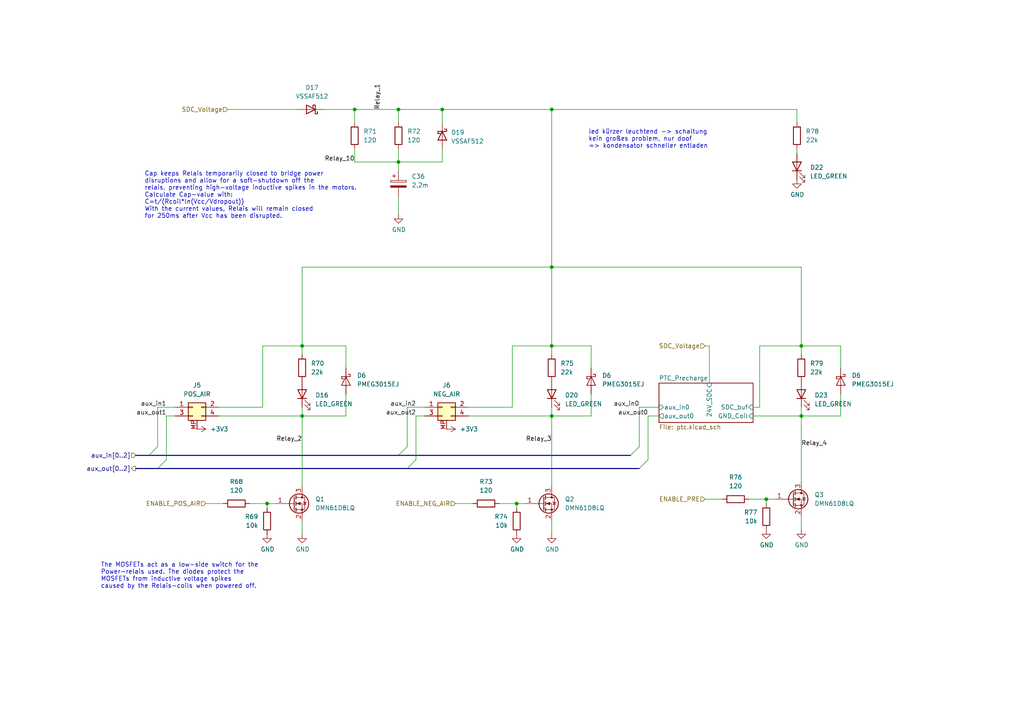
<source format=kicad_sch>
(kicad_sch
	(version 20231120)
	(generator "eeschema")
	(generator_version "8.0")
	(uuid "32d82cdb-bdba-4790-95cd-2bf9f903ff18")
	(paper "A4")
	(lib_symbols
		(symbol "Device:C_Polarized"
			(pin_numbers hide)
			(pin_names
				(offset 0.254)
			)
			(exclude_from_sim no)
			(in_bom yes)
			(on_board yes)
			(property "Reference" "C"
				(at 0.635 2.54 0)
				(effects
					(font
						(size 1.27 1.27)
					)
					(justify left)
				)
			)
			(property "Value" "C_Polarized"
				(at 0.635 -2.54 0)
				(effects
					(font
						(size 1.27 1.27)
					)
					(justify left)
				)
			)
			(property "Footprint" ""
				(at 0.9652 -3.81 0)
				(effects
					(font
						(size 1.27 1.27)
					)
					(hide yes)
				)
			)
			(property "Datasheet" "~"
				(at 0 0 0)
				(effects
					(font
						(size 1.27 1.27)
					)
					(hide yes)
				)
			)
			(property "Description" "Polarized capacitor"
				(at 0 0 0)
				(effects
					(font
						(size 1.27 1.27)
					)
					(hide yes)
				)
			)
			(property "ki_keywords" "cap capacitor"
				(at 0 0 0)
				(effects
					(font
						(size 1.27 1.27)
					)
					(hide yes)
				)
			)
			(property "ki_fp_filters" "CP_*"
				(at 0 0 0)
				(effects
					(font
						(size 1.27 1.27)
					)
					(hide yes)
				)
			)
			(symbol "C_Polarized_0_1"
				(rectangle
					(start -2.286 0.508)
					(end 2.286 1.016)
					(stroke
						(width 0)
						(type default)
					)
					(fill
						(type none)
					)
				)
				(polyline
					(pts
						(xy -1.778 2.286) (xy -0.762 2.286)
					)
					(stroke
						(width 0)
						(type default)
					)
					(fill
						(type none)
					)
				)
				(polyline
					(pts
						(xy -1.27 2.794) (xy -1.27 1.778)
					)
					(stroke
						(width 0)
						(type default)
					)
					(fill
						(type none)
					)
				)
				(rectangle
					(start 2.286 -0.508)
					(end -2.286 -1.016)
					(stroke
						(width 0)
						(type default)
					)
					(fill
						(type outline)
					)
				)
			)
			(symbol "C_Polarized_1_1"
				(pin passive line
					(at 0 3.81 270)
					(length 2.794)
					(name "~"
						(effects
							(font
								(size 1.27 1.27)
							)
						)
					)
					(number "1"
						(effects
							(font
								(size 1.27 1.27)
							)
						)
					)
				)
				(pin passive line
					(at 0 -3.81 90)
					(length 2.794)
					(name "~"
						(effects
							(font
								(size 1.27 1.27)
							)
						)
					)
					(number "2"
						(effects
							(font
								(size 1.27 1.27)
							)
						)
					)
				)
			)
		)
		(symbol "Device:LED"
			(pin_numbers hide)
			(pin_names
				(offset 1.016) hide)
			(exclude_from_sim no)
			(in_bom yes)
			(on_board yes)
			(property "Reference" "D"
				(at 0 2.54 0)
				(effects
					(font
						(size 1.27 1.27)
					)
				)
			)
			(property "Value" "LED"
				(at 0 -2.54 0)
				(effects
					(font
						(size 1.27 1.27)
					)
				)
			)
			(property "Footprint" ""
				(at 0 0 0)
				(effects
					(font
						(size 1.27 1.27)
					)
					(hide yes)
				)
			)
			(property "Datasheet" "~"
				(at 0 0 0)
				(effects
					(font
						(size 1.27 1.27)
					)
					(hide yes)
				)
			)
			(property "Description" "Light emitting diode"
				(at 0 0 0)
				(effects
					(font
						(size 1.27 1.27)
					)
					(hide yes)
				)
			)
			(property "ki_keywords" "LED diode"
				(at 0 0 0)
				(effects
					(font
						(size 1.27 1.27)
					)
					(hide yes)
				)
			)
			(property "ki_fp_filters" "LED* LED_SMD:* LED_THT:*"
				(at 0 0 0)
				(effects
					(font
						(size 1.27 1.27)
					)
					(hide yes)
				)
			)
			(symbol "LED_0_1"
				(polyline
					(pts
						(xy -1.27 -1.27) (xy -1.27 1.27)
					)
					(stroke
						(width 0.254)
						(type default)
					)
					(fill
						(type none)
					)
				)
				(polyline
					(pts
						(xy -1.27 0) (xy 1.27 0)
					)
					(stroke
						(width 0)
						(type default)
					)
					(fill
						(type none)
					)
				)
				(polyline
					(pts
						(xy 1.27 -1.27) (xy 1.27 1.27) (xy -1.27 0) (xy 1.27 -1.27)
					)
					(stroke
						(width 0.254)
						(type default)
					)
					(fill
						(type none)
					)
				)
				(polyline
					(pts
						(xy -3.048 -0.762) (xy -4.572 -2.286) (xy -3.81 -2.286) (xy -4.572 -2.286) (xy -4.572 -1.524)
					)
					(stroke
						(width 0)
						(type default)
					)
					(fill
						(type none)
					)
				)
				(polyline
					(pts
						(xy -1.778 -0.762) (xy -3.302 -2.286) (xy -2.54 -2.286) (xy -3.302 -2.286) (xy -3.302 -1.524)
					)
					(stroke
						(width 0)
						(type default)
					)
					(fill
						(type none)
					)
				)
			)
			(symbol "LED_1_1"
				(pin passive line
					(at -3.81 0 0)
					(length 2.54)
					(name "K"
						(effects
							(font
								(size 1.27 1.27)
							)
						)
					)
					(number "1"
						(effects
							(font
								(size 1.27 1.27)
							)
						)
					)
				)
				(pin passive line
					(at 3.81 0 180)
					(length 2.54)
					(name "A"
						(effects
							(font
								(size 1.27 1.27)
							)
						)
					)
					(number "2"
						(effects
							(font
								(size 1.27 1.27)
							)
						)
					)
				)
			)
		)
		(symbol "Device:R"
			(pin_numbers hide)
			(pin_names
				(offset 0)
			)
			(exclude_from_sim no)
			(in_bom yes)
			(on_board yes)
			(property "Reference" "R"
				(at 2.032 0 90)
				(effects
					(font
						(size 1.27 1.27)
					)
				)
			)
			(property "Value" "R"
				(at 0 0 90)
				(effects
					(font
						(size 1.27 1.27)
					)
				)
			)
			(property "Footprint" ""
				(at -1.778 0 90)
				(effects
					(font
						(size 1.27 1.27)
					)
					(hide yes)
				)
			)
			(property "Datasheet" "~"
				(at 0 0 0)
				(effects
					(font
						(size 1.27 1.27)
					)
					(hide yes)
				)
			)
			(property "Description" "Resistor"
				(at 0 0 0)
				(effects
					(font
						(size 1.27 1.27)
					)
					(hide yes)
				)
			)
			(property "ki_keywords" "R res resistor"
				(at 0 0 0)
				(effects
					(font
						(size 1.27 1.27)
					)
					(hide yes)
				)
			)
			(property "ki_fp_filters" "R_*"
				(at 0 0 0)
				(effects
					(font
						(size 1.27 1.27)
					)
					(hide yes)
				)
			)
			(symbol "R_0_1"
				(rectangle
					(start -1.016 -2.54)
					(end 1.016 2.54)
					(stroke
						(width 0.254)
						(type default)
					)
					(fill
						(type none)
					)
				)
			)
			(symbol "R_1_1"
				(pin passive line
					(at 0 3.81 270)
					(length 1.27)
					(name "~"
						(effects
							(font
								(size 1.27 1.27)
							)
						)
					)
					(number "1"
						(effects
							(font
								(size 1.27 1.27)
							)
						)
					)
				)
				(pin passive line
					(at 0 -3.81 90)
					(length 1.27)
					(name "~"
						(effects
							(font
								(size 1.27 1.27)
							)
						)
					)
					(number "2"
						(effects
							(font
								(size 1.27 1.27)
							)
						)
					)
				)
			)
		)
		(symbol "Diode:PMEG3015EJ"
			(pin_numbers hide)
			(pin_names hide)
			(exclude_from_sim no)
			(in_bom yes)
			(on_board yes)
			(property "Reference" "D"
				(at 0 2.54 0)
				(effects
					(font
						(size 1.27 1.27)
					)
				)
			)
			(property "Value" "PMEG3015EJ"
				(at 0 -2.54 0)
				(effects
					(font
						(size 1.27 1.27)
					)
				)
			)
			(property "Footprint" "Diode_SMD:D_SOD-323F"
				(at 0 -4.445 0)
				(effects
					(font
						(size 1.27 1.27)
					)
					(hide yes)
				)
			)
			(property "Datasheet" "https://assets.nexperia.com/documents/data-sheet/PMEG3015EH_EJ.pdf"
				(at 0 0 0)
				(effects
					(font
						(size 1.27 1.27)
					)
					(hide yes)
				)
			)
			(property "Description" "30V, 1.5A ultra low Vf MEGA Schottky barrier rectifier, SOD-323F"
				(at 0 0 0)
				(effects
					(font
						(size 1.27 1.27)
					)
					(hide yes)
				)
			)
			(property "ki_keywords" "forward voltage diode"
				(at 0 0 0)
				(effects
					(font
						(size 1.27 1.27)
					)
					(hide yes)
				)
			)
			(property "ki_fp_filters" "D*SOD?323F*"
				(at 0 0 0)
				(effects
					(font
						(size 1.27 1.27)
					)
					(hide yes)
				)
			)
			(symbol "PMEG3015EJ_0_1"
				(polyline
					(pts
						(xy 1.27 0) (xy -1.27 0)
					)
					(stroke
						(width 0)
						(type default)
					)
					(fill
						(type none)
					)
				)
				(polyline
					(pts
						(xy 1.27 1.27) (xy 1.27 -1.27) (xy -1.27 0) (xy 1.27 1.27)
					)
					(stroke
						(width 0.2032)
						(type default)
					)
					(fill
						(type none)
					)
				)
				(polyline
					(pts
						(xy -1.905 0.635) (xy -1.905 1.27) (xy -1.27 1.27) (xy -1.27 -1.27) (xy -0.635 -1.27) (xy -0.635 -0.635)
					)
					(stroke
						(width 0.2032)
						(type default)
					)
					(fill
						(type none)
					)
				)
			)
			(symbol "PMEG3015EJ_1_1"
				(pin passive line
					(at -3.81 0 0)
					(length 2.54)
					(name "K"
						(effects
							(font
								(size 1.27 1.27)
							)
						)
					)
					(number "1"
						(effects
							(font
								(size 1.27 1.27)
							)
						)
					)
				)
				(pin passive line
					(at 3.81 0 180)
					(length 2.54)
					(name "A"
						(effects
							(font
								(size 1.27 1.27)
							)
						)
					)
					(number "2"
						(effects
							(font
								(size 1.27 1.27)
							)
						)
					)
				)
			)
		)
		(symbol "Master:MMNL_2x2p_vertical"
			(pin_names
				(offset 1.016) hide)
			(exclude_from_sim no)
			(in_bom yes)
			(on_board yes)
			(property "Reference" "J"
				(at 1.27 2.54 0)
				(effects
					(font
						(size 1.27 1.27)
					)
				)
			)
			(property "Value" "MMNL_2x2p_vertical"
				(at 1.27 -5.08 0)
				(effects
					(font
						(size 1.27 1.27)
					)
				)
			)
			(property "Footprint" "FaSTTUBe_connectors:Micro_Mate-N-Lok_2x2p_vertical"
				(at 2.54 -7.112 0)
				(effects
					(font
						(size 1.27 1.27)
					)
					(hide yes)
				)
			)
			(property "Datasheet" "~"
				(at 0 0 0)
				(effects
					(font
						(size 1.27 1.27)
					)
					(hide yes)
				)
			)
			(property "Description" "Generic connector, double row, 02x02, odd/even pin numbering scheme (row 1 odd numbers, row 2 even numbers), script generated (kicad-library-utils/schlib/autogen/connector/)"
				(at 2.032 -9.398 0)
				(effects
					(font
						(size 1.27 1.27)
					)
					(hide yes)
				)
			)
			(property "ki_keywords" "connector"
				(at 0 0 0)
				(effects
					(font
						(size 1.27 1.27)
					)
					(hide yes)
				)
			)
			(property "ki_fp_filters" "Connector*:*_2x??_*"
				(at 0 0 0)
				(effects
					(font
						(size 1.27 1.27)
					)
					(hide yes)
				)
			)
			(symbol "MMNL_2x2p_vertical_1_1"
				(rectangle
					(start -1.27 -2.413)
					(end 0 -2.667)
					(stroke
						(width 0.1524)
						(type default)
					)
					(fill
						(type none)
					)
				)
				(rectangle
					(start -1.27 0.127)
					(end 0 -0.127)
					(stroke
						(width 0.1524)
						(type default)
					)
					(fill
						(type none)
					)
				)
				(rectangle
					(start -1.27 1.27)
					(end 3.81 -3.81)
					(stroke
						(width 0.254)
						(type default)
					)
					(fill
						(type background)
					)
				)
				(rectangle
					(start 3.81 -2.413)
					(end 2.54 -2.667)
					(stroke
						(width 0.1524)
						(type default)
					)
					(fill
						(type none)
					)
				)
				(rectangle
					(start 3.81 0.127)
					(end 2.54 -0.127)
					(stroke
						(width 0.1524)
						(type default)
					)
					(fill
						(type none)
					)
				)
				(pin passive line
					(at -5.08 0 0)
					(length 3.81)
					(name "Pin_1"
						(effects
							(font
								(size 1.27 1.27)
							)
						)
					)
					(number "1"
						(effects
							(font
								(size 1.27 1.27)
							)
						)
					)
				)
				(pin passive line
					(at 7.62 0 180)
					(length 3.81)
					(name "Pin_2"
						(effects
							(font
								(size 1.27 1.27)
							)
						)
					)
					(number "2"
						(effects
							(font
								(size 1.27 1.27)
							)
						)
					)
				)
				(pin passive line
					(at -5.08 -2.54 0)
					(length 3.81)
					(name "Pin_3"
						(effects
							(font
								(size 1.27 1.27)
							)
						)
					)
					(number "3"
						(effects
							(font
								(size 1.27 1.27)
							)
						)
					)
				)
				(pin passive line
					(at 7.62 -2.54 180)
					(length 3.81)
					(name "Pin_4"
						(effects
							(font
								(size 1.27 1.27)
							)
						)
					)
					(number "4"
						(effects
							(font
								(size 1.27 1.27)
							)
						)
					)
				)
				(pin passive line
					(at 1.27 -6.35 90)
					(length 2.54)
					(name ""
						(effects
							(font
								(size 1.27 1.27)
							)
						)
					)
					(number "MP"
						(effects
							(font
								(size 1.27 1.27)
							)
						)
					)
				)
			)
		)
		(symbol "Master:VSSAF512"
			(pin_numbers hide)
			(pin_names
				(offset 1.016) hide)
			(exclude_from_sim no)
			(in_bom yes)
			(on_board yes)
			(property "Reference" "D"
				(at 0 2.54 0)
				(effects
					(font
						(size 1.27 1.27)
					)
				)
			)
			(property "Value" "VSSAF512"
				(at 0 -2.54 0)
				(effects
					(font
						(size 1.27 1.27)
					)
				)
			)
			(property "Footprint" "Diode_SMD:D_SMA"
				(at 0 0 0)
				(effects
					(font
						(size 1.27 1.27)
					)
					(hide yes)
				)
			)
			(property "Datasheet" "~"
				(at 0 0 0)
				(effects
					(font
						(size 1.27 1.27)
					)
					(hide yes)
				)
			)
			(property "Description" "Schottky diode 100V, 5A"
				(at 0 0 0)
				(effects
					(font
						(size 1.27 1.27)
					)
					(hide yes)
				)
			)
			(property "ki_keywords" "diode Schottky"
				(at 0 0 0)
				(effects
					(font
						(size 1.27 1.27)
					)
					(hide yes)
				)
			)
			(property "ki_fp_filters" "TO-???* *_Diode_* *SingleDiode* D_*"
				(at 0 0 0)
				(effects
					(font
						(size 1.27 1.27)
					)
					(hide yes)
				)
			)
			(symbol "VSSAF512_0_1"
				(polyline
					(pts
						(xy 1.27 0) (xy -1.27 0)
					)
					(stroke
						(width 0)
						(type default)
					)
					(fill
						(type none)
					)
				)
				(polyline
					(pts
						(xy 1.27 1.27) (xy 1.27 -1.27) (xy -1.27 0) (xy 1.27 1.27)
					)
					(stroke
						(width 0.254)
						(type default)
					)
					(fill
						(type none)
					)
				)
				(polyline
					(pts
						(xy -1.905 0.635) (xy -1.905 1.27) (xy -1.27 1.27) (xy -1.27 -1.27) (xy -0.635 -1.27) (xy -0.635 -0.635)
					)
					(stroke
						(width 0.254)
						(type default)
					)
					(fill
						(type none)
					)
				)
			)
			(symbol "VSSAF512_1_1"
				(pin passive line
					(at -3.81 0 0)
					(length 2.54)
					(name "K"
						(effects
							(font
								(size 1.27 1.27)
							)
						)
					)
					(number "1"
						(effects
							(font
								(size 1.27 1.27)
							)
						)
					)
				)
				(pin passive line
					(at 3.81 0 180)
					(length 2.54)
					(name "A"
						(effects
							(font
								(size 1.27 1.27)
							)
						)
					)
					(number "2"
						(effects
							(font
								(size 1.27 1.27)
							)
						)
					)
				)
			)
		)
		(symbol "Transistor_FET:DMN61D8LQ"
			(pin_names hide)
			(exclude_from_sim no)
			(in_bom yes)
			(on_board yes)
			(property "Reference" "Q"
				(at 5.08 1.905 0)
				(effects
					(font
						(size 1.27 1.27)
					)
					(justify left)
				)
			)
			(property "Value" "DMN61D8LQ"
				(at 5.08 0 0)
				(effects
					(font
						(size 1.27 1.27)
					)
					(justify left)
				)
			)
			(property "Footprint" "Package_TO_SOT_SMD:SOT-23"
				(at 5.08 -1.905 0)
				(effects
					(font
						(size 1.27 1.27)
						(italic yes)
					)
					(justify left)
					(hide yes)
				)
			)
			(property "Datasheet" "https://www.diodes.com/assets/Datasheets/DMN61D8LQ.pdf"
				(at 5.08 -3.81 0)
				(effects
					(font
						(size 1.27 1.27)
					)
					(justify left)
					(hide yes)
				)
			)
			(property "Description" "60V Vds, 0.470A Id, N-Channel MOSFET for switching inductive loads , SOT-23"
				(at 0 0 0)
				(effects
					(font
						(size 1.27 1.27)
					)
					(hide yes)
				)
			)
			(property "ki_keywords" "N-Channel MOSFET relay logic-level"
				(at 0 0 0)
				(effects
					(font
						(size 1.27 1.27)
					)
					(hide yes)
				)
			)
			(property "ki_fp_filters" "SOT?23*"
				(at 0 0 0)
				(effects
					(font
						(size 1.27 1.27)
					)
					(hide yes)
				)
			)
			(symbol "DMN61D8LQ_0_1"
				(polyline
					(pts
						(xy 0.254 0) (xy -2.54 0)
					)
					(stroke
						(width 0)
						(type default)
					)
					(fill
						(type none)
					)
				)
				(polyline
					(pts
						(xy 0.254 1.905) (xy 0.254 -1.905)
					)
					(stroke
						(width 0.254)
						(type default)
					)
					(fill
						(type none)
					)
				)
				(polyline
					(pts
						(xy 0.762 -1.27) (xy 0.762 -2.286)
					)
					(stroke
						(width 0.254)
						(type default)
					)
					(fill
						(type none)
					)
				)
				(polyline
					(pts
						(xy 0.762 0.508) (xy 0.762 -0.508)
					)
					(stroke
						(width 0.254)
						(type default)
					)
					(fill
						(type none)
					)
				)
				(polyline
					(pts
						(xy 0.762 2.286) (xy 0.762 1.27)
					)
					(stroke
						(width 0.254)
						(type default)
					)
					(fill
						(type none)
					)
				)
				(polyline
					(pts
						(xy 2.54 2.54) (xy 2.54 1.778)
					)
					(stroke
						(width 0)
						(type default)
					)
					(fill
						(type none)
					)
				)
				(polyline
					(pts
						(xy 2.54 -2.54) (xy 2.54 0) (xy 0.762 0)
					)
					(stroke
						(width 0)
						(type default)
					)
					(fill
						(type none)
					)
				)
				(polyline
					(pts
						(xy 0.762 -1.778) (xy 3.302 -1.778) (xy 3.302 1.778) (xy 0.762 1.778)
					)
					(stroke
						(width 0)
						(type default)
					)
					(fill
						(type none)
					)
				)
				(polyline
					(pts
						(xy 1.016 0) (xy 2.032 0.381) (xy 2.032 -0.381) (xy 1.016 0)
					)
					(stroke
						(width 0)
						(type default)
					)
					(fill
						(type outline)
					)
				)
				(polyline
					(pts
						(xy 2.794 0.508) (xy 2.921 0.381) (xy 3.683 0.381) (xy 3.81 0.254)
					)
					(stroke
						(width 0)
						(type default)
					)
					(fill
						(type none)
					)
				)
				(polyline
					(pts
						(xy 3.302 0.381) (xy 2.921 -0.254) (xy 3.683 -0.254) (xy 3.302 0.381)
					)
					(stroke
						(width 0)
						(type default)
					)
					(fill
						(type none)
					)
				)
				(circle
					(center 1.651 0)
					(radius 2.794)
					(stroke
						(width 0.254)
						(type default)
					)
					(fill
						(type none)
					)
				)
				(circle
					(center 2.54 -1.778)
					(radius 0.254)
					(stroke
						(width 0)
						(type default)
					)
					(fill
						(type outline)
					)
				)
				(circle
					(center 2.54 1.778)
					(radius 0.254)
					(stroke
						(width 0)
						(type default)
					)
					(fill
						(type outline)
					)
				)
			)
			(symbol "DMN61D8LQ_1_1"
				(pin input line
					(at -5.08 0 0)
					(length 2.54)
					(name "G"
						(effects
							(font
								(size 1.27 1.27)
							)
						)
					)
					(number "1"
						(effects
							(font
								(size 1.27 1.27)
							)
						)
					)
				)
				(pin passive line
					(at 2.54 -5.08 90)
					(length 2.54)
					(name "S"
						(effects
							(font
								(size 1.27 1.27)
							)
						)
					)
					(number "2"
						(effects
							(font
								(size 1.27 1.27)
							)
						)
					)
				)
				(pin passive line
					(at 2.54 5.08 270)
					(length 2.54)
					(name "D"
						(effects
							(font
								(size 1.27 1.27)
							)
						)
					)
					(number "3"
						(effects
							(font
								(size 1.27 1.27)
							)
						)
					)
				)
			)
		)
		(symbol "power:+3V3"
			(power)
			(pin_numbers hide)
			(pin_names
				(offset 0) hide)
			(exclude_from_sim no)
			(in_bom yes)
			(on_board yes)
			(property "Reference" "#PWR"
				(at 0 -3.81 0)
				(effects
					(font
						(size 1.27 1.27)
					)
					(hide yes)
				)
			)
			(property "Value" "+3V3"
				(at 0 3.556 0)
				(effects
					(font
						(size 1.27 1.27)
					)
				)
			)
			(property "Footprint" ""
				(at 0 0 0)
				(effects
					(font
						(size 1.27 1.27)
					)
					(hide yes)
				)
			)
			(property "Datasheet" ""
				(at 0 0 0)
				(effects
					(font
						(size 1.27 1.27)
					)
					(hide yes)
				)
			)
			(property "Description" "Power symbol creates a global label with name \"+3V3\""
				(at 0 0 0)
				(effects
					(font
						(size 1.27 1.27)
					)
					(hide yes)
				)
			)
			(property "ki_keywords" "global power"
				(at 0 0 0)
				(effects
					(font
						(size 1.27 1.27)
					)
					(hide yes)
				)
			)
			(symbol "+3V3_0_1"
				(polyline
					(pts
						(xy -0.762 1.27) (xy 0 2.54)
					)
					(stroke
						(width 0)
						(type default)
					)
					(fill
						(type none)
					)
				)
				(polyline
					(pts
						(xy 0 0) (xy 0 2.54)
					)
					(stroke
						(width 0)
						(type default)
					)
					(fill
						(type none)
					)
				)
				(polyline
					(pts
						(xy 0 2.54) (xy 0.762 1.27)
					)
					(stroke
						(width 0)
						(type default)
					)
					(fill
						(type none)
					)
				)
			)
			(symbol "+3V3_1_1"
				(pin power_in line
					(at 0 0 90)
					(length 0)
					(name "~"
						(effects
							(font
								(size 1.27 1.27)
							)
						)
					)
					(number "1"
						(effects
							(font
								(size 1.27 1.27)
							)
						)
					)
				)
			)
		)
		(symbol "power:GND"
			(power)
			(pin_numbers hide)
			(pin_names
				(offset 0) hide)
			(exclude_from_sim no)
			(in_bom yes)
			(on_board yes)
			(property "Reference" "#PWR"
				(at 0 -6.35 0)
				(effects
					(font
						(size 1.27 1.27)
					)
					(hide yes)
				)
			)
			(property "Value" "GND"
				(at 0 -3.81 0)
				(effects
					(font
						(size 1.27 1.27)
					)
				)
			)
			(property "Footprint" ""
				(at 0 0 0)
				(effects
					(font
						(size 1.27 1.27)
					)
					(hide yes)
				)
			)
			(property "Datasheet" ""
				(at 0 0 0)
				(effects
					(font
						(size 1.27 1.27)
					)
					(hide yes)
				)
			)
			(property "Description" "Power symbol creates a global label with name \"GND\" , ground"
				(at 0 0 0)
				(effects
					(font
						(size 1.27 1.27)
					)
					(hide yes)
				)
			)
			(property "ki_keywords" "global power"
				(at 0 0 0)
				(effects
					(font
						(size 1.27 1.27)
					)
					(hide yes)
				)
			)
			(symbol "GND_0_1"
				(polyline
					(pts
						(xy 0 0) (xy 0 -1.27) (xy 1.27 -1.27) (xy 0 -2.54) (xy -1.27 -1.27) (xy 0 -1.27)
					)
					(stroke
						(width 0)
						(type default)
					)
					(fill
						(type none)
					)
				)
			)
			(symbol "GND_1_1"
				(pin power_in line
					(at 0 0 270)
					(length 0)
					(name "~"
						(effects
							(font
								(size 1.27 1.27)
							)
						)
					)
					(number "1"
						(effects
							(font
								(size 1.27 1.27)
							)
						)
					)
				)
			)
		)
	)
	(junction
		(at 160.02 31.75)
		(diameter 0)
		(color 0 0 0 0)
		(uuid "2396d75c-7af6-4383-a29e-72c6664addc7")
	)
	(junction
		(at 160.02 77.47)
		(diameter 0)
		(color 0 0 0 0)
		(uuid "2b9937fd-8ffc-4d6b-a39a-112109ba0ffe")
	)
	(junction
		(at 160.02 120.65)
		(diameter 0)
		(color 0 0 0 0)
		(uuid "36b27a92-463b-450f-8047-9961d0553a2f")
	)
	(junction
		(at 115.57 31.75)
		(diameter 0)
		(color 0 0 0 0)
		(uuid "497e0588-d556-49c9-8d31-0a5b62dcd00a")
	)
	(junction
		(at 232.41 120.65)
		(diameter 0)
		(color 0 0 0 0)
		(uuid "5293fe65-c5c2-4464-b5ae-2e59f5d2c6b2")
	)
	(junction
		(at 102.87 31.75)
		(diameter 0)
		(color 0 0 0 0)
		(uuid "73c3f259-1ea2-4d09-8a26-918abdd90e0d")
	)
	(junction
		(at 128.27 31.75)
		(diameter 0)
		(color 0 0 0 0)
		(uuid "7b7ed203-cb23-404b-84a3-2a1d96221b34")
	)
	(junction
		(at 222.25 144.78)
		(diameter 0)
		(color 0 0 0 0)
		(uuid "7be64c02-8281-4423-8af6-7cbf7efc375a")
	)
	(junction
		(at 115.57 46.99)
		(diameter 0)
		(color 0 0 0 0)
		(uuid "80a87765-60f4-464b-aa67-36e1dc355fbe")
	)
	(junction
		(at 232.41 100.33)
		(diameter 0)
		(color 0 0 0 0)
		(uuid "a4a2eb64-0da9-4514-bc01-40bbaf333582")
	)
	(junction
		(at 149.86 146.05)
		(diameter 0)
		(color 0 0 0 0)
		(uuid "a72e527d-159a-45d5-b793-a05e93569363")
	)
	(junction
		(at 87.63 120.65)
		(diameter 0)
		(color 0 0 0 0)
		(uuid "c4fcb4c7-4c96-4909-828b-524835765a91")
	)
	(junction
		(at 160.02 100.33)
		(diameter 0)
		(color 0 0 0 0)
		(uuid "d18d76fc-4e87-43d9-a731-190bd30fe8aa")
	)
	(junction
		(at 77.47 146.05)
		(diameter 0)
		(color 0 0 0 0)
		(uuid "d4e70c42-6907-4b45-9c34-ac9a976d72ae")
	)
	(junction
		(at 87.63 100.33)
		(diameter 0)
		(color 0 0 0 0)
		(uuid "da2a759e-2e69-4366-bbc7-dad66bae597c")
	)
	(bus_entry
		(at 118.11 135.89)
		(size 2.54 -2.54)
		(stroke
			(width 0)
			(type default)
		)
		(uuid "09d87619-0dfa-4630-9f81-1be20c5c2ee2")
	)
	(bus_entry
		(at 115.57 132.08)
		(size 2.54 -2.54)
		(stroke
			(width 0)
			(type default)
		)
		(uuid "09d87619-0dfa-4630-9f81-1be20c5c2ee3")
	)
	(bus_entry
		(at 182.88 132.08)
		(size 2.54 -2.54)
		(stroke
			(width 0)
			(type default)
		)
		(uuid "09d87619-0dfa-4630-9f81-1be20c5c2ee4")
	)
	(bus_entry
		(at 185.42 135.89)
		(size 2.54 -2.54)
		(stroke
			(width 0)
			(type default)
		)
		(uuid "09d87619-0dfa-4630-9f81-1be20c5c2ee6")
	)
	(bus_entry
		(at 45.72 135.89)
		(size 2.54 -2.54)
		(stroke
			(width 0)
			(type default)
		)
		(uuid "26b8e366-1305-4942-9a46-e6c1399b28d0")
	)
	(bus_entry
		(at 43.18 132.08)
		(size 2.54 -2.54)
		(stroke
			(width 0)
			(type default)
		)
		(uuid "75628773-df92-4878-894d-4c0a72707ef0")
	)
	(wire
		(pts
			(xy 160.02 118.11) (xy 160.02 120.65)
		)
		(stroke
			(width 0)
			(type default)
		)
		(uuid "03217cc5-7c17-408d-b0b3-f5b0d913206b")
	)
	(wire
		(pts
			(xy 232.41 149.86) (xy 232.41 153.67)
		)
		(stroke
			(width 0)
			(type default)
		)
		(uuid "03b97eb4-456f-42b1-bb29-931644be215a")
	)
	(wire
		(pts
			(xy 205.74 100.33) (xy 205.74 111.125)
		)
		(stroke
			(width 0)
			(type default)
		)
		(uuid "0918b8a2-07b4-40d9-9743-80b245e073d1")
	)
	(wire
		(pts
			(xy 118.11 118.11) (xy 123.19 118.11)
		)
		(stroke
			(width 0)
			(type default)
		)
		(uuid "09abe531-cb73-4ba0-9daa-25c1e61d07c7")
	)
	(wire
		(pts
			(xy 72.39 146.05) (xy 77.47 146.05)
		)
		(stroke
			(width 0)
			(type default)
		)
		(uuid "0b23b76e-95eb-4a29-b6a5-227a5ccf5b83")
	)
	(wire
		(pts
			(xy 148.59 118.11) (xy 148.59 100.33)
		)
		(stroke
			(width 0)
			(type default)
		)
		(uuid "0c7509d0-eecb-448c-8f74-1f81099a4d2d")
	)
	(wire
		(pts
			(xy 87.63 120.65) (xy 87.63 118.11)
		)
		(stroke
			(width 0)
			(type default)
		)
		(uuid "127f7441-259e-4d1a-a60b-f371bf853557")
	)
	(wire
		(pts
			(xy 118.11 129.54) (xy 118.11 118.11)
		)
		(stroke
			(width 0)
			(type default)
		)
		(uuid "12b4ae8f-5b0a-47d6-b975-a21da12ba7bb")
	)
	(wire
		(pts
			(xy 87.63 154.94) (xy 87.63 151.13)
		)
		(stroke
			(width 0)
			(type default)
		)
		(uuid "12c8ab01-416b-4005-ac9c-23c8586c2228")
	)
	(wire
		(pts
			(xy 204.47 144.78) (xy 209.55 144.78)
		)
		(stroke
			(width 0)
			(type default)
		)
		(uuid "149bd9e6-c7e4-47ce-b5a7-93cfcfa90c65")
	)
	(wire
		(pts
			(xy 222.25 144.78) (xy 224.79 144.78)
		)
		(stroke
			(width 0)
			(type default)
		)
		(uuid "1a09c4a0-bb28-434c-b329-7453da7f2877")
	)
	(wire
		(pts
			(xy 59.69 146.05) (xy 64.77 146.05)
		)
		(stroke
			(width 0)
			(type default)
		)
		(uuid "1f020d0c-02a5-4255-bd6f-353ae58c5660")
	)
	(wire
		(pts
			(xy 128.27 31.75) (xy 160.02 31.75)
		)
		(stroke
			(width 0)
			(type default)
		)
		(uuid "1ff1969d-f5c0-4afb-88ae-83dbdb437154")
	)
	(wire
		(pts
			(xy 232.41 77.47) (xy 232.41 100.33)
		)
		(stroke
			(width 0)
			(type default)
		)
		(uuid "20005d0c-0701-4c17-a231-dfabe6ed1357")
	)
	(wire
		(pts
			(xy 148.59 100.33) (xy 160.02 100.33)
		)
		(stroke
			(width 0)
			(type default)
		)
		(uuid "20133619-e2d1-416f-8ed4-7b3a82c2903f")
	)
	(wire
		(pts
			(xy 218.44 120.65) (xy 232.41 120.65)
		)
		(stroke
			(width 0)
			(type default)
		)
		(uuid "205a7d21-99bb-4f44-aed2-889e0f6d2301")
	)
	(wire
		(pts
			(xy 171.45 114.3) (xy 171.45 120.65)
		)
		(stroke
			(width 0)
			(type default)
		)
		(uuid "265446cc-6421-4e32-b08a-304ca7bc73eb")
	)
	(wire
		(pts
			(xy 135.89 118.11) (xy 148.59 118.11)
		)
		(stroke
			(width 0)
			(type default)
		)
		(uuid "27bd3756-9b33-48e6-b77f-783edd0d3fd6")
	)
	(wire
		(pts
			(xy 120.65 120.65) (xy 123.19 120.65)
		)
		(stroke
			(width 0)
			(type default)
		)
		(uuid "28e635a0-54ce-4645-9f86-63d325423d97")
	)
	(wire
		(pts
			(xy 87.63 77.47) (xy 160.02 77.47)
		)
		(stroke
			(width 0)
			(type default)
		)
		(uuid "2a43b925-a2eb-4c5e-87d8-14e41d90fedc")
	)
	(wire
		(pts
			(xy 160.02 120.65) (xy 160.02 140.97)
		)
		(stroke
			(width 0)
			(type default)
		)
		(uuid "2b761a4a-a828-40b6-a826-27b0eb14e299")
	)
	(wire
		(pts
			(xy 115.57 46.99) (xy 115.57 49.53)
		)
		(stroke
			(width 0)
			(type default)
		)
		(uuid "2d3f4f07-e8b4-4920-9802-b530448eef80")
	)
	(wire
		(pts
			(xy 160.02 100.33) (xy 171.45 100.33)
		)
		(stroke
			(width 0)
			(type default)
		)
		(uuid "2eb7aa78-dcc6-4f22-ab9b-3683f845bb6d")
	)
	(wire
		(pts
			(xy 120.65 120.65) (xy 120.65 133.35)
		)
		(stroke
			(width 0)
			(type default)
		)
		(uuid "32347072-f03f-44e8-a510-4337a4953e0a")
	)
	(wire
		(pts
			(xy 87.63 77.47) (xy 87.63 100.33)
		)
		(stroke
			(width 0)
			(type default)
		)
		(uuid "33c95270-64ff-470a-acc7-723b6890da08")
	)
	(bus
		(pts
			(xy 39.37 135.89) (xy 45.72 135.89)
		)
		(stroke
			(width 0)
			(type default)
		)
		(uuid "35919ee0-1776-4e33-85c8-8a7ad0d46e3d")
	)
	(wire
		(pts
			(xy 185.42 118.11) (xy 191.135 118.11)
		)
		(stroke
			(width 0)
			(type default)
		)
		(uuid "36ceb732-3084-467c-9a26-1d9829f83128")
	)
	(wire
		(pts
			(xy 102.87 31.75) (xy 115.57 31.75)
		)
		(stroke
			(width 0)
			(type default)
		)
		(uuid "390644aa-d62a-4c30-a5f3-997f4b17a98b")
	)
	(wire
		(pts
			(xy 63.5 120.65) (xy 87.63 120.65)
		)
		(stroke
			(width 0)
			(type default)
		)
		(uuid "3ad0e912-e8a2-4751-8d67-7663c9dcf394")
	)
	(wire
		(pts
			(xy 48.26 120.65) (xy 50.8 120.65)
		)
		(stroke
			(width 0)
			(type default)
		)
		(uuid "4018a125-c3f2-4efe-b96e-2e7dd8f98881")
	)
	(wire
		(pts
			(xy 160.02 100.33) (xy 160.02 102.87)
		)
		(stroke
			(width 0)
			(type default)
		)
		(uuid "4741fc9b-81ff-41ca-ac47-e2bce3a58957")
	)
	(wire
		(pts
			(xy 231.14 44.45) (xy 231.14 43.18)
		)
		(stroke
			(width 0)
			(type default)
		)
		(uuid "4acd02b2-ec73-42c6-9613-b28b43efdc98")
	)
	(wire
		(pts
			(xy 171.45 120.65) (xy 160.02 120.65)
		)
		(stroke
			(width 0)
			(type default)
		)
		(uuid "4b453b17-c215-4323-9a8f-50ba50e27635")
	)
	(wire
		(pts
			(xy 144.78 146.05) (xy 149.86 146.05)
		)
		(stroke
			(width 0)
			(type default)
		)
		(uuid "4c615de4-ee59-4bec-8c9a-d2882c078951")
	)
	(wire
		(pts
			(xy 149.86 146.05) (xy 152.4 146.05)
		)
		(stroke
			(width 0)
			(type default)
		)
		(uuid "50f4a179-b84f-4e58-a6c9-0c56e5051fa0")
	)
	(wire
		(pts
			(xy 77.47 146.05) (xy 80.01 146.05)
		)
		(stroke
			(width 0)
			(type default)
		)
		(uuid "5157c484-60ae-4065-a4c2-799bc4e17155")
	)
	(wire
		(pts
			(xy 115.57 43.18) (xy 115.57 46.99)
		)
		(stroke
			(width 0)
			(type default)
		)
		(uuid "51ad4d4f-905e-4a4f-b476-d094aa46835a")
	)
	(wire
		(pts
			(xy 102.87 46.99) (xy 115.57 46.99)
		)
		(stroke
			(width 0)
			(type default)
		)
		(uuid "5de5f109-c456-4ed8-b666-90431bdc4a56")
	)
	(wire
		(pts
			(xy 232.41 120.65) (xy 232.41 139.7)
		)
		(stroke
			(width 0)
			(type default)
		)
		(uuid "6419fa39-4ae2-485a-a5de-abbc411116c9")
	)
	(wire
		(pts
			(xy 187.96 120.65) (xy 187.96 133.35)
		)
		(stroke
			(width 0)
			(type default)
		)
		(uuid "6431610a-64af-440e-abf4-4ab31e88da7e")
	)
	(wire
		(pts
			(xy 115.57 57.15) (xy 115.57 62.23)
		)
		(stroke
			(width 0)
			(type default)
		)
		(uuid "66c977d0-eb57-4bda-bc6f-2dd6821eb110")
	)
	(wire
		(pts
			(xy 66.04 31.75) (xy 86.36 31.75)
		)
		(stroke
			(width 0)
			(type default)
		)
		(uuid "67dd958e-702f-428d-b892-93a1b8da92e1")
	)
	(wire
		(pts
			(xy 128.27 46.99) (xy 128.27 43.18)
		)
		(stroke
			(width 0)
			(type default)
		)
		(uuid "70df3315-57ac-4b2e-b4f1-980f7ad1964d")
	)
	(wire
		(pts
			(xy 76.2 100.33) (xy 87.63 100.33)
		)
		(stroke
			(width 0)
			(type default)
		)
		(uuid "7521d602-7712-4bec-9303-1e9a373e171c")
	)
	(wire
		(pts
			(xy 160.02 31.75) (xy 160.02 77.47)
		)
		(stroke
			(width 0)
			(type default)
		)
		(uuid "7ada87bd-2902-43d7-bba9-ab35ea835049")
	)
	(wire
		(pts
			(xy 204.47 100.33) (xy 205.74 100.33)
		)
		(stroke
			(width 0)
			(type default)
		)
		(uuid "7b48dced-003d-4350-8c8a-b0858db717fa")
	)
	(wire
		(pts
			(xy 135.89 120.65) (xy 160.02 120.65)
		)
		(stroke
			(width 0)
			(type default)
		)
		(uuid "7d14abbd-3219-4db2-9392-d59abd53fa87")
	)
	(wire
		(pts
			(xy 149.86 146.05) (xy 149.86 147.32)
		)
		(stroke
			(width 0)
			(type default)
		)
		(uuid "7d7ea5b6-730a-4489-88f9-0031acad737e")
	)
	(wire
		(pts
			(xy 45.72 118.11) (xy 50.8 118.11)
		)
		(stroke
			(width 0)
			(type default)
		)
		(uuid "7e947fb0-8c25-4dc3-b300-fe4d2909ca1a")
	)
	(wire
		(pts
			(xy 100.33 100.33) (xy 100.33 106.68)
		)
		(stroke
			(width 0)
			(type default)
		)
		(uuid "828021f6-2ca3-471a-84ec-5c8dcdd07f12")
	)
	(wire
		(pts
			(xy 218.44 118.11) (xy 220.345 118.11)
		)
		(stroke
			(width 0)
			(type default)
		)
		(uuid "8570b848-48ff-446f-bb97-389c7b960806")
	)
	(bus
		(pts
			(xy 118.11 135.89) (xy 185.42 135.89)
		)
		(stroke
			(width 0)
			(type default)
		)
		(uuid "8938ccb5-1cc0-4bbf-aa61-e3a94bb12cbb")
	)
	(wire
		(pts
			(xy 77.47 147.32) (xy 77.47 146.05)
		)
		(stroke
			(width 0)
			(type default)
		)
		(uuid "8d8b5318-9165-49cd-8bfa-339c5b9adda5")
	)
	(wire
		(pts
			(xy 243.84 114.3) (xy 243.84 120.65)
		)
		(stroke
			(width 0)
			(type default)
		)
		(uuid "94e6829f-9e0b-46e5-a1d3-3881f00d37b9")
	)
	(wire
		(pts
			(xy 102.87 43.18) (xy 102.87 46.99)
		)
		(stroke
			(width 0)
			(type default)
		)
		(uuid "9776f19c-9e33-49ed-a742-5b7b1e87143f")
	)
	(wire
		(pts
			(xy 217.17 144.78) (xy 222.25 144.78)
		)
		(stroke
			(width 0)
			(type default)
		)
		(uuid "98804a7c-7e2c-473c-baa5-9b096e3f439f")
	)
	(bus
		(pts
			(xy 115.57 132.08) (xy 182.88 132.08)
		)
		(stroke
			(width 0)
			(type default)
		)
		(uuid "9a135994-6e6e-4fd4-b9ed-b2f1d847d6b6")
	)
	(wire
		(pts
			(xy 243.84 100.33) (xy 243.84 106.68)
		)
		(stroke
			(width 0)
			(type default)
		)
		(uuid "9a4e7f42-3f09-4a6c-a7bc-1b9f0b4d318f")
	)
	(wire
		(pts
			(xy 128.27 31.75) (xy 128.27 35.56)
		)
		(stroke
			(width 0)
			(type default)
		)
		(uuid "9ac81aa5-cf1b-4cbf-9fa5-f7b4bc5bb442")
	)
	(wire
		(pts
			(xy 45.72 129.54) (xy 45.72 118.11)
		)
		(stroke
			(width 0)
			(type default)
		)
		(uuid "9b840574-e6f4-4614-993f-15d2fdb2a997")
	)
	(wire
		(pts
			(xy 231.14 35.56) (xy 231.14 31.75)
		)
		(stroke
			(width 0)
			(type default)
		)
		(uuid "9da1fcfc-98fe-4119-8e74-782e50c6ecfe")
	)
	(wire
		(pts
			(xy 232.41 100.33) (xy 243.84 100.33)
		)
		(stroke
			(width 0)
			(type default)
		)
		(uuid "9f9022c9-23a1-465e-8ada-ab5669d2d9d7")
	)
	(wire
		(pts
			(xy 100.33 100.33) (xy 87.63 100.33)
		)
		(stroke
			(width 0)
			(type default)
		)
		(uuid "a4f745ed-92e9-4c41-a3b8-c48150e71d9a")
	)
	(wire
		(pts
			(xy 93.98 31.75) (xy 102.87 31.75)
		)
		(stroke
			(width 0)
			(type default)
		)
		(uuid "a7bebc70-3ab2-4cb6-90bb-bebfc9d5688f")
	)
	(wire
		(pts
			(xy 63.5 118.11) (xy 76.2 118.11)
		)
		(stroke
			(width 0)
			(type default)
		)
		(uuid "aafd044d-803e-4dd8-a223-de403cf44aad")
	)
	(wire
		(pts
			(xy 232.41 118.11) (xy 232.41 120.65)
		)
		(stroke
			(width 0)
			(type default)
		)
		(uuid "acc8a8dd-228e-45b4-8a95-50ce49676bb5")
	)
	(wire
		(pts
			(xy 171.45 100.33) (xy 171.45 106.68)
		)
		(stroke
			(width 0)
			(type default)
		)
		(uuid "aed2bf58-108a-4364-b236-9817514f1b08")
	)
	(wire
		(pts
			(xy 187.96 120.65) (xy 191.135 120.65)
		)
		(stroke
			(width 0)
			(type default)
		)
		(uuid "bb92136c-a022-4cd3-9e04-0c70cd9a96f1")
	)
	(wire
		(pts
			(xy 132.08 146.05) (xy 137.16 146.05)
		)
		(stroke
			(width 0)
			(type default)
		)
		(uuid "bbba60d6-0edc-41fb-b4f2-43fb7444a73a")
	)
	(bus
		(pts
			(xy 45.72 135.89) (xy 118.11 135.89)
		)
		(stroke
			(width 0)
			(type default)
		)
		(uuid "bf0360ae-353f-4af1-8de5-1b2158d46331")
	)
	(wire
		(pts
			(xy 222.25 144.78) (xy 222.25 146.05)
		)
		(stroke
			(width 0)
			(type default)
		)
		(uuid "c3287064-2055-438b-bcbe-6aab6d79d9da")
	)
	(wire
		(pts
			(xy 115.57 31.75) (xy 128.27 31.75)
		)
		(stroke
			(width 0)
			(type default)
		)
		(uuid "ca979b15-0546-4c86-8c18-e60211f7c3a1")
	)
	(wire
		(pts
			(xy 87.63 120.65) (xy 100.33 120.65)
		)
		(stroke
			(width 0)
			(type default)
		)
		(uuid "cf1cde27-a820-453f-932e-c192764f823d")
	)
	(wire
		(pts
			(xy 220.345 100.33) (xy 220.345 118.11)
		)
		(stroke
			(width 0)
			(type default)
		)
		(uuid "d0d86ac0-44d0-4931-b828-e4f447055a90")
	)
	(wire
		(pts
			(xy 232.41 100.33) (xy 232.41 102.87)
		)
		(stroke
			(width 0)
			(type default)
		)
		(uuid "d1367836-41c4-49e1-9dd2-5423dbe29bc6")
	)
	(wire
		(pts
			(xy 102.87 31.75) (xy 102.87 35.56)
		)
		(stroke
			(width 0)
			(type default)
		)
		(uuid "d380d5dc-af96-4c09-92ce-ed4631fd00ef")
	)
	(wire
		(pts
			(xy 160.02 77.47) (xy 232.41 77.47)
		)
		(stroke
			(width 0)
			(type default)
		)
		(uuid "d8418bd3-43a0-40c4-ba44-102f03adc893")
	)
	(wire
		(pts
			(xy 160.02 151.13) (xy 160.02 154.94)
		)
		(stroke
			(width 0)
			(type default)
		)
		(uuid "d8533f17-8af6-4550-afd8-cec3271bf5fa")
	)
	(wire
		(pts
			(xy 87.63 100.33) (xy 87.63 102.87)
		)
		(stroke
			(width 0)
			(type default)
		)
		(uuid "d8ed38d6-ef8f-436f-9ecc-4e89e839a70d")
	)
	(wire
		(pts
			(xy 220.345 100.33) (xy 232.41 100.33)
		)
		(stroke
			(width 0)
			(type default)
		)
		(uuid "daf36698-fd8b-492c-b436-f18a72c0ea0a")
	)
	(wire
		(pts
			(xy 100.33 120.65) (xy 100.33 114.3)
		)
		(stroke
			(width 0)
			(type default)
		)
		(uuid "dbc48690-ae34-4e1b-aa02-bdf72ab06183")
	)
	(wire
		(pts
			(xy 160.02 31.75) (xy 231.14 31.75)
		)
		(stroke
			(width 0)
			(type default)
		)
		(uuid "e079dcaf-f9b9-4115-8413-15cc17391f0a")
	)
	(bus
		(pts
			(xy 39.37 132.08) (xy 43.18 132.08)
		)
		(stroke
			(width 0)
			(type default)
		)
		(uuid "e43a8798-176c-48d1-82eb-c7946d132c05")
	)
	(bus
		(pts
			(xy 43.18 132.08) (xy 115.57 132.08)
		)
		(stroke
			(width 0)
			(type default)
		)
		(uuid "ea79ea1f-636a-45db-bfbb-a5b0d64e9542")
	)
	(wire
		(pts
			(xy 115.57 31.75) (xy 115.57 35.56)
		)
		(stroke
			(width 0)
			(type default)
		)
		(uuid "ef675f49-d4d6-4648-962c-ced376e232bd")
	)
	(wire
		(pts
			(xy 87.63 140.97) (xy 87.63 120.65)
		)
		(stroke
			(width 0)
			(type default)
		)
		(uuid "f16729da-84da-4b28-b232-55575d67face")
	)
	(wire
		(pts
			(xy 76.2 100.33) (xy 76.2 118.11)
		)
		(stroke
			(width 0)
			(type default)
		)
		(uuid "f18089af-35d1-49e2-b30f-dbeb9ba60f88")
	)
	(wire
		(pts
			(xy 185.42 118.11) (xy 185.42 129.54)
		)
		(stroke
			(width 0)
			(type default)
		)
		(uuid "f4df74f7-90bb-434c-ae30-6bb8ffe6ac03")
	)
	(wire
		(pts
			(xy 48.26 120.65) (xy 48.26 133.35)
		)
		(stroke
			(width 0)
			(type default)
		)
		(uuid "f58ccfe4-1abd-47cb-bbb9-afa49d268099")
	)
	(wire
		(pts
			(xy 115.57 46.99) (xy 128.27 46.99)
		)
		(stroke
			(width 0)
			(type default)
		)
		(uuid "fb94209c-37e6-4fec-8be5-7aa7304ae214")
	)
	(wire
		(pts
			(xy 243.84 120.65) (xy 232.41 120.65)
		)
		(stroke
			(width 0)
			(type default)
		)
		(uuid "fc29d23f-e27e-4f28-ab71-a4b0c732df84")
	)
	(wire
		(pts
			(xy 160.02 77.47) (xy 160.02 100.33)
		)
		(stroke
			(width 0)
			(type default)
		)
		(uuid "fefebbe0-4936-4f0a-a279-5c4f9c53fde4")
	)
	(text "The MOSFETs act as a low-side switch for the\nPower-relais used. The diodes protect the\nMOSFETs from inductive voltage spikes\ncaused by the Relais-coils when powered off."
		(exclude_from_sim no)
		(at 29.21 170.815 0)
		(effects
			(font
				(size 1.27 1.27)
			)
			(justify left bottom)
		)
		(uuid "258368d8-5a11-4808-89a9-f0928d3dfce6")
	)
	(text "led kürzer leuchtend -> schaltung \nkein großes problem, nur doof\n=> kondensator schneller entladen"
		(exclude_from_sim no)
		(at 170.688 40.386 0)
		(effects
			(font
				(size 1.27 1.27)
			)
			(justify left)
		)
		(uuid "2e25d93d-cd13-4bea-b562-25fe63948a26")
	)
	(text "Cap keeps Relais temporarily closed to bridge power\ndisruptions and allow for a soft-shutdown off the \nrelais, preventing high-voltage inductive spikes in the motors. \nCalculate Cap-value with:\nC=t/(Rcoil*ln(Vcc/Vdropout))\nWith the current values, Relais will remain closed \nfor 250ms after Vcc has been disrupted."
		(exclude_from_sim no)
		(at 41.91 63.5 0)
		(effects
			(font
				(size 1.27 1.27)
			)
			(justify left bottom)
		)
		(uuid "c0803fb7-106b-4a38-a2fb-c036ce08468a")
	)
	(label "Relay_4"
		(at 232.41 129.54 0)
		(fields_autoplaced yes)
		(effects
			(font
				(size 1.27 1.27)
				(color 0 0 0 1)
			)
			(justify left bottom)
		)
		(uuid "02a578a0-db42-458b-a8bf-c4980a9932c2")
		(property "Netclass" "Relay"
			(at 232.41 130.81 0)
			(effects
				(font
					(size 1.27 1.27)
					(bold yes)
					(italic yes)
				)
				(justify left)
				(hide yes)
			)
		)
	)
	(label "aux_in0"
		(at 185.42 118.11 180)
		(fields_autoplaced yes)
		(effects
			(font
				(size 1.27 1.27)
			)
			(justify right bottom)
		)
		(uuid "1cbe1164-dc6e-490c-9254-f205ceb60740")
	)
	(label "aux_in2"
		(at 120.65 118.11 180)
		(fields_autoplaced yes)
		(effects
			(font
				(size 1.27 1.27)
			)
			(justify right bottom)
		)
		(uuid "2a4997a9-9c91-4f12-846c-0c2a66d05dfd")
	)
	(label "aux_out0"
		(at 187.96 120.65 180)
		(fields_autoplaced yes)
		(effects
			(font
				(size 1.27 1.27)
			)
			(justify right bottom)
		)
		(uuid "2c2d13c2-8535-4e86-b2da-8e147311fa4c")
	)
	(label "Relay_1"
		(at 110.49 31.75 90)
		(fields_autoplaced yes)
		(effects
			(font
				(size 1.27 1.27)
				(color 0 0 0 1)
			)
			(justify left bottom)
		)
		(uuid "62d3aee4-8eb8-4520-9ca5-f7bf5585b551")
		(property "Netclass" "Relay"
			(at 111.76 31.75 90)
			(effects
				(font
					(size 1.27 1.27)
					(bold yes)
					(italic yes)
				)
				(justify left)
				(hide yes)
			)
		)
	)
	(label "aux_in1"
		(at 48.26 118.11 180)
		(fields_autoplaced yes)
		(effects
			(font
				(size 1.27 1.27)
			)
			(justify right bottom)
		)
		(uuid "789345fc-aae8-47c3-896c-3bccec4ca744")
	)
	(label "Relay_3"
		(at 160.02 128.27 180)
		(fields_autoplaced yes)
		(effects
			(font
				(size 1.27 1.27)
				(color 0 0 0 1)
			)
			(justify right bottom)
		)
		(uuid "ad09fc02-9245-4498-ab57-4279b29e0fd5")
		(property "Netclass" "Relay"
			(at 160.02 129.54 0)
			(effects
				(font
					(size 1.27 1.27)
					(bold yes)
					(italic yes)
				)
				(justify right)
				(hide yes)
			)
		)
	)
	(label "Relay_10"
		(at 102.87 46.99 180)
		(fields_autoplaced yes)
		(effects
			(font
				(size 1.27 1.27)
				(color 0 0 0 1)
			)
			(justify right bottom)
		)
		(uuid "c1ebb5a4-c466-4b5c-a4cc-e62f42006cab")
		(property "Netclass" "Relay"
			(at 102.87 48.26 0)
			(effects
				(font
					(size 1.27 1.27)
					(bold yes)
					(italic yes)
				)
				(justify right)
				(hide yes)
			)
		)
	)
	(label "aux_out1"
		(at 48.26 120.65 180)
		(fields_autoplaced yes)
		(effects
			(font
				(size 1.27 1.27)
			)
			(justify right bottom)
		)
		(uuid "e17e6596-a671-4840-93e9-5ea70dc6944e")
	)
	(label "Relay_2"
		(at 87.63 128.27 180)
		(fields_autoplaced yes)
		(effects
			(font
				(size 1.27 1.27)
				(color 0 0 0 1)
			)
			(justify right bottom)
		)
		(uuid "ed8e1a50-69bd-4948-8eba-7e8a9f08cea7")
		(property "Netclass" "Relay"
			(at 87.63 129.54 0)
			(effects
				(font
					(size 1.27 1.27)
					(bold yes)
					(italic yes)
				)
				(justify right)
				(hide yes)
			)
		)
	)
	(label "aux_out2"
		(at 120.65 120.65 180)
		(fields_autoplaced yes)
		(effects
			(font
				(size 1.27 1.27)
			)
			(justify right bottom)
		)
		(uuid "f2209fd1-7f1c-43c1-a4d1-c9e159f0ee9e")
	)
	(hierarchical_label "SDC_Voltage"
		(shape input)
		(at 204.47 100.33 180)
		(fields_autoplaced yes)
		(effects
			(font
				(size 1.27 1.27)
			)
			(justify right)
		)
		(uuid "084a81fb-3313-46c1-a206-0e22496cb002")
	)
	(hierarchical_label "aux_in[0..2]"
		(shape input)
		(at 39.37 132.08 180)
		(fields_autoplaced yes)
		(effects
			(font
				(size 1.27 1.27)
			)
			(justify right)
		)
		(uuid "1329b929-c6d9-41d4-8489-5b58d058fac4")
	)
	(hierarchical_label "ENABLE_NEG_AIR"
		(shape input)
		(at 132.08 146.05 180)
		(fields_autoplaced yes)
		(effects
			(font
				(size 1.27 1.27)
			)
			(justify right)
		)
		(uuid "2932f4cf-0a0c-49af-a1d7-fa22304888e5")
	)
	(hierarchical_label "ENABLE_POS_AIR"
		(shape input)
		(at 59.69 146.05 180)
		(fields_autoplaced yes)
		(effects
			(font
				(size 1.27 1.27)
			)
			(justify right)
		)
		(uuid "82361cea-c610-4ed0-bf99-cf6dc54bb5fd")
	)
	(hierarchical_label "SDC_Voltage"
		(shape input)
		(at 66.04 31.75 180)
		(fields_autoplaced yes)
		(effects
			(font
				(size 1.27 1.27)
			)
			(justify right)
		)
		(uuid "b2a3304f-8fe7-42b1-b691-4bba20b305ab")
	)
	(hierarchical_label "aux_out[0..2]"
		(shape output)
		(at 39.37 135.89 180)
		(fields_autoplaced yes)
		(effects
			(font
				(size 1.27 1.27)
			)
			(justify right)
		)
		(uuid "ca086fa9-89c5-48e7-a2b5-9c544b1129c6")
	)
	(hierarchical_label "ENABLE_PRE"
		(shape input)
		(at 204.47 144.78 180)
		(fields_autoplaced yes)
		(effects
			(font
				(size 1.27 1.27)
			)
			(justify right)
		)
		(uuid "e2bd35ef-b405-4b5d-b185-7eb0b55f1c68")
	)
	(symbol
		(lib_id "Device:C_Polarized")
		(at 115.57 53.34 0)
		(unit 1)
		(exclude_from_sim no)
		(in_bom yes)
		(on_board yes)
		(dnp no)
		(fields_autoplaced yes)
		(uuid "078b9203-f225-4a0a-bc62-a73f572f04c1")
		(property "Reference" "C36"
			(at 119.38 51.181 0)
			(effects
				(font
					(size 1.27 1.27)
				)
				(justify left)
			)
		)
		(property "Value" "2.2m"
			(at 119.38 53.721 0)
			(effects
				(font
					(size 1.27 1.27)
				)
				(justify left)
			)
		)
		(property "Footprint" "Master:WCAP-ASLI_16"
			(at 116.5352 57.15 0)
			(effects
				(font
					(size 1.27 1.27)
				)
				(hide yes)
			)
		)
		(property "Datasheet" "https://www.we-online.com/components/products/datasheet/865080463017.pdf"
			(at 115.57 53.34 0)
			(effects
				(font
					(size 1.27 1.27)
				)
				(hide yes)
			)
		)
		(property "Description" "Polarized capacitor"
			(at 115.57 53.34 0)
			(effects
				(font
					(size 1.27 1.27)
				)
				(hide yes)
			)
		)
		(pin "1"
			(uuid "6bfddd93-beda-4483-bcc7-4bea0d4aaa69")
		)
		(pin "2"
			(uuid "63d3107b-0af2-43d7-aabb-4c61078e43f0")
		)
		(instances
			(project "Master_FT25"
				(path "/e63e39d7-6ac0-4ffd-8aa3-1841a4541b55/95b8e8bb-175b-4c26-b28f-f18dafbb4793"
					(reference "C36")
					(unit 1)
				)
			)
		)
	)
	(symbol
		(lib_id "power:GND")
		(at 232.41 153.67 0)
		(unit 1)
		(exclude_from_sim no)
		(in_bom yes)
		(on_board yes)
		(dnp no)
		(fields_autoplaced yes)
		(uuid "0f9ffc6c-5d0d-40ae-8af1-2fbed3f823ca")
		(property "Reference" "#PWR078"
			(at 232.41 160.02 0)
			(effects
				(font
					(size 1.27 1.27)
				)
				(hide yes)
			)
		)
		(property "Value" "GND"
			(at 232.537 158.0642 0)
			(effects
				(font
					(size 1.27 1.27)
				)
			)
		)
		(property "Footprint" ""
			(at 232.41 153.67 0)
			(effects
				(font
					(size 1.27 1.27)
				)
				(hide yes)
			)
		)
		(property "Datasheet" ""
			(at 232.41 153.67 0)
			(effects
				(font
					(size 1.27 1.27)
				)
				(hide yes)
			)
		)
		(property "Description" "Power symbol creates a global label with name \"GND\" , ground"
			(at 232.41 153.67 0)
			(effects
				(font
					(size 1.27 1.27)
				)
				(hide yes)
			)
		)
		(pin "1"
			(uuid "eaed6674-d907-4846-8a81-6c598c1f649b")
		)
		(instances
			(project "Master_FT25"
				(path "/e63e39d7-6ac0-4ffd-8aa3-1841a4541b55/95b8e8bb-175b-4c26-b28f-f18dafbb4793"
					(reference "#PWR078")
					(unit 1)
				)
			)
		)
	)
	(symbol
		(lib_id "Device:R")
		(at 87.63 106.68 0)
		(unit 1)
		(exclude_from_sim no)
		(in_bom yes)
		(on_board yes)
		(dnp no)
		(fields_autoplaced yes)
		(uuid "1746a597-7c11-44d4-a625-1e5f41d1e896")
		(property "Reference" "R70"
			(at 90.17 105.41 0)
			(effects
				(font
					(size 1.27 1.27)
				)
				(justify left)
			)
		)
		(property "Value" "22k"
			(at 90.17 107.95 0)
			(effects
				(font
					(size 1.27 1.27)
				)
				(justify left)
			)
		)
		(property "Footprint" "Resistor_SMD:R_0603_1608Metric"
			(at 85.852 106.68 90)
			(effects
				(font
					(size 1.27 1.27)
				)
				(hide yes)
			)
		)
		(property "Datasheet" "~"
			(at 87.63 106.68 0)
			(effects
				(font
					(size 1.27 1.27)
				)
				(hide yes)
			)
		)
		(property "Description" "Resistor"
			(at 87.63 106.68 0)
			(effects
				(font
					(size 1.27 1.27)
				)
				(hide yes)
			)
		)
		(pin "1"
			(uuid "5a8d214c-afb1-4e41-adbd-de11e87fd981")
		)
		(pin "2"
			(uuid "40fabb5a-b3b8-46b1-897b-22367056ad35")
		)
		(instances
			(project "Master_FT25"
				(path "/e63e39d7-6ac0-4ffd-8aa3-1841a4541b55/95b8e8bb-175b-4c26-b28f-f18dafbb4793"
					(reference "R70")
					(unit 1)
				)
			)
		)
	)
	(symbol
		(lib_id "Device:LED")
		(at 232.41 114.3 90)
		(unit 1)
		(exclude_from_sim no)
		(in_bom yes)
		(on_board yes)
		(dnp no)
		(fields_autoplaced yes)
		(uuid "1e6de298-7882-4bab-8b12-0dce812ff64c")
		(property "Reference" "D23"
			(at 236.22 114.6175 90)
			(effects
				(font
					(size 1.27 1.27)
				)
				(justify right)
			)
		)
		(property "Value" "LED_GREEN"
			(at 236.22 117.1575 90)
			(effects
				(font
					(size 1.27 1.27)
				)
				(justify right)
			)
		)
		(property "Footprint" "LED_SMD:LED_0603_1608Metric"
			(at 232.41 114.3 0)
			(effects
				(font
					(size 1.27 1.27)
				)
				(hide yes)
			)
		)
		(property "Datasheet" "~"
			(at 232.41 114.3 0)
			(effects
				(font
					(size 1.27 1.27)
				)
				(hide yes)
			)
		)
		(property "Description" "Light emitting diode"
			(at 232.41 114.3 0)
			(effects
				(font
					(size 1.27 1.27)
				)
				(hide yes)
			)
		)
		(pin "1"
			(uuid "7c124309-4f9c-4cf6-b4bc-16429273b879")
		)
		(pin "2"
			(uuid "9ada0176-6584-4156-9c9b-1c738c97c891")
		)
		(instances
			(project "Master_FT25"
				(path "/e63e39d7-6ac0-4ffd-8aa3-1841a4541b55/95b8e8bb-175b-4c26-b28f-f18dafbb4793"
					(reference "D23")
					(unit 1)
				)
			)
		)
	)
	(symbol
		(lib_id "Device:R")
		(at 115.57 39.37 180)
		(unit 1)
		(exclude_from_sim no)
		(in_bom yes)
		(on_board yes)
		(dnp no)
		(fields_autoplaced yes)
		(uuid "233fe9f2-9bb8-4a10-983d-95c7899e44d3")
		(property "Reference" "R72"
			(at 118.11 38.1 0)
			(effects
				(font
					(size 1.27 1.27)
				)
				(justify right)
			)
		)
		(property "Value" "120"
			(at 118.11 40.64 0)
			(effects
				(font
					(size 1.27 1.27)
				)
				(justify right)
			)
		)
		(property "Footprint" "Resistor_SMD:R_0603_1608Metric"
			(at 117.348 39.37 90)
			(effects
				(font
					(size 1.27 1.27)
				)
				(hide yes)
			)
		)
		(property "Datasheet" "~"
			(at 115.57 39.37 0)
			(effects
				(font
					(size 1.27 1.27)
				)
				(hide yes)
			)
		)
		(property "Description" "Resistor"
			(at 115.57 39.37 0)
			(effects
				(font
					(size 1.27 1.27)
				)
				(hide yes)
			)
		)
		(pin "1"
			(uuid "de6ae441-d16f-497b-a554-d5770572aaeb")
		)
		(pin "2"
			(uuid "ccee4d84-82a8-4bf7-9b56-e8763816b0a0")
		)
		(instances
			(project "Master_FT25"
				(path "/e63e39d7-6ac0-4ffd-8aa3-1841a4541b55/95b8e8bb-175b-4c26-b28f-f18dafbb4793"
					(reference "R72")
					(unit 1)
				)
			)
		)
	)
	(symbol
		(lib_id "power:GND")
		(at 87.63 154.94 0)
		(unit 1)
		(exclude_from_sim no)
		(in_bom yes)
		(on_board yes)
		(dnp no)
		(uuid "23427cd0-4e50-428a-904d-ea9fee1754a9")
		(property "Reference" "#PWR070"
			(at 87.63 161.29 0)
			(effects
				(font
					(size 1.27 1.27)
				)
				(hide yes)
			)
		)
		(property "Value" "GND"
			(at 87.757 159.3342 0)
			(effects
				(font
					(size 1.27 1.27)
				)
			)
		)
		(property "Footprint" ""
			(at 87.63 154.94 0)
			(effects
				(font
					(size 1.27 1.27)
				)
				(hide yes)
			)
		)
		(property "Datasheet" ""
			(at 87.63 154.94 0)
			(effects
				(font
					(size 1.27 1.27)
				)
				(hide yes)
			)
		)
		(property "Description" "Power symbol creates a global label with name \"GND\" , ground"
			(at 87.63 154.94 0)
			(effects
				(font
					(size 1.27 1.27)
				)
				(hide yes)
			)
		)
		(pin "1"
			(uuid "f208bd49-b300-4ed3-99e7-aee13196bc1d")
		)
		(instances
			(project "Master_FT25"
				(path "/e63e39d7-6ac0-4ffd-8aa3-1841a4541b55/95b8e8bb-175b-4c26-b28f-f18dafbb4793"
					(reference "#PWR070")
					(unit 1)
				)
			)
		)
	)
	(symbol
		(lib_id "Device:R")
		(at 68.58 146.05 90)
		(unit 1)
		(exclude_from_sim no)
		(in_bom yes)
		(on_board yes)
		(dnp no)
		(fields_autoplaced yes)
		(uuid "2480b747-3be5-45dc-96fc-36ec151a02f6")
		(property "Reference" "R68"
			(at 68.58 139.7 90)
			(effects
				(font
					(size 1.27 1.27)
				)
			)
		)
		(property "Value" "120"
			(at 68.58 142.24 90)
			(effects
				(font
					(size 1.27 1.27)
				)
			)
		)
		(property "Footprint" "Resistor_SMD:R_0603_1608Metric"
			(at 68.58 147.828 90)
			(effects
				(font
					(size 1.27 1.27)
				)
				(hide yes)
			)
		)
		(property "Datasheet" "~"
			(at 68.58 146.05 0)
			(effects
				(font
					(size 1.27 1.27)
				)
				(hide yes)
			)
		)
		(property "Description" "Resistor"
			(at 68.58 146.05 0)
			(effects
				(font
					(size 1.27 1.27)
				)
				(hide yes)
			)
		)
		(pin "1"
			(uuid "9d30957a-5673-492a-ad5b-a7a3eb8fed30")
		)
		(pin "2"
			(uuid "0e062329-2634-4453-ba20-8277a95069ae")
		)
		(instances
			(project "Master_FT25"
				(path "/e63e39d7-6ac0-4ffd-8aa3-1841a4541b55/95b8e8bb-175b-4c26-b28f-f18dafbb4793"
					(reference "R68")
					(unit 1)
				)
			)
		)
	)
	(symbol
		(lib_id "Master:MMNL_2x2p_vertical")
		(at 55.88 118.11 0)
		(unit 1)
		(exclude_from_sim no)
		(in_bom yes)
		(on_board yes)
		(dnp no)
		(fields_autoplaced yes)
		(uuid "4046c807-0edb-42e9-aae9-2d2fe074a1a9")
		(property "Reference" "J5"
			(at 57.15 111.76 0)
			(effects
				(font
					(size 1.27 1.27)
				)
			)
		)
		(property "Value" "POS_AIR"
			(at 57.15 114.3 0)
			(effects
				(font
					(size 1.27 1.27)
				)
			)
		)
		(property "Footprint" "FaSTTUBe_connectors:Micro_Mate-N-Lok_4p_vertical"
			(at 55.88 118.11 0)
			(effects
				(font
					(size 1.27 1.27)
				)
				(hide yes)
			)
		)
		(property "Datasheet" "~"
			(at 55.88 118.11 0)
			(effects
				(font
					(size 1.27 1.27)
				)
				(hide yes)
			)
		)
		(property "Description" "Generic connector, double row, 02x02, odd/even pin numbering scheme (row 1 odd numbers, row 2 even numbers), script generated (kicad-library-utils/schlib/autogen/connector/)"
			(at 55.88 118.11 0)
			(effects
				(font
					(size 1.27 1.27)
				)
				(hide yes)
			)
		)
		(pin "1"
			(uuid "1c2ed6c0-886c-4977-97ec-d7d73dc1dbb2")
		)
		(pin "2"
			(uuid "de6472d7-a40f-441b-94bf-f191e9ec3e44")
		)
		(pin "3"
			(uuid "28de15dc-35ee-49bb-a582-c0b572d1e196")
		)
		(pin "4"
			(uuid "3b731c1e-e60d-4856-accb-b0aced8cbb5c")
		)
		(pin "MP"
			(uuid "edde3cde-e896-42a9-bd81-95170b6b335b")
		)
		(instances
			(project "Master_FT25"
				(path "/e63e39d7-6ac0-4ffd-8aa3-1841a4541b55/95b8e8bb-175b-4c26-b28f-f18dafbb4793"
					(reference "J5")
					(unit 1)
				)
			)
		)
	)
	(symbol
		(lib_id "Device:LED")
		(at 87.63 114.3 90)
		(unit 1)
		(exclude_from_sim no)
		(in_bom yes)
		(on_board yes)
		(dnp no)
		(fields_autoplaced yes)
		(uuid "4fbfa647-992d-43ae-99ed-02241873c8f8")
		(property "Reference" "D16"
			(at 91.44 114.6175 90)
			(effects
				(font
					(size 1.27 1.27)
				)
				(justify right)
			)
		)
		(property "Value" "LED_GREEN"
			(at 91.44 117.1575 90)
			(effects
				(font
					(size 1.27 1.27)
				)
				(justify right)
			)
		)
		(property "Footprint" "LED_SMD:LED_0603_1608Metric"
			(at 87.63 114.3 0)
			(effects
				(font
					(size 1.27 1.27)
				)
				(hide yes)
			)
		)
		(property "Datasheet" "~"
			(at 87.63 114.3 0)
			(effects
				(font
					(size 1.27 1.27)
				)
				(hide yes)
			)
		)
		(property "Description" "Light emitting diode"
			(at 87.63 114.3 0)
			(effects
				(font
					(size 1.27 1.27)
				)
				(hide yes)
			)
		)
		(pin "1"
			(uuid "f5c2ddd6-754e-4e1d-a173-6459fd6c0155")
		)
		(pin "2"
			(uuid "9751ddb2-1516-4fde-b6e7-8f91e8952f9b")
		)
		(instances
			(project "Master_FT25"
				(path "/e63e39d7-6ac0-4ffd-8aa3-1841a4541b55/95b8e8bb-175b-4c26-b28f-f18dafbb4793"
					(reference "D16")
					(unit 1)
				)
			)
		)
	)
	(symbol
		(lib_id "power:+3V3")
		(at 129.54 124.46 270)
		(unit 1)
		(exclude_from_sim no)
		(in_bom yes)
		(on_board yes)
		(dnp no)
		(fields_autoplaced yes)
		(uuid "545c1ade-4860-440d-bded-a52f999a19e4")
		(property "Reference" "#PWR072"
			(at 125.73 124.46 0)
			(effects
				(font
					(size 1.27 1.27)
				)
				(hide yes)
			)
		)
		(property "Value" "+3V3"
			(at 133.35 124.4599 90)
			(effects
				(font
					(size 1.27 1.27)
				)
				(justify left)
			)
		)
		(property "Footprint" ""
			(at 129.54 124.46 0)
			(effects
				(font
					(size 1.27 1.27)
				)
				(hide yes)
			)
		)
		(property "Datasheet" ""
			(at 129.54 124.46 0)
			(effects
				(font
					(size 1.27 1.27)
				)
				(hide yes)
			)
		)
		(property "Description" "Power symbol creates a global label with name \"+3V3\""
			(at 129.54 124.46 0)
			(effects
				(font
					(size 1.27 1.27)
				)
				(hide yes)
			)
		)
		(pin "1"
			(uuid "391fc590-6ec2-4abb-a3dc-5f97b10ecada")
		)
		(instances
			(project "Master_FT25"
				(path "/e63e39d7-6ac0-4ffd-8aa3-1841a4541b55/95b8e8bb-175b-4c26-b28f-f18dafbb4793"
					(reference "#PWR072")
					(unit 1)
				)
			)
		)
	)
	(symbol
		(lib_id "Device:R")
		(at 102.87 39.37 180)
		(unit 1)
		(exclude_from_sim no)
		(in_bom yes)
		(on_board yes)
		(dnp no)
		(fields_autoplaced yes)
		(uuid "62ca6c3b-91d1-49bb-b314-cf8fdf12bdbc")
		(property "Reference" "R71"
			(at 105.41 38.1 0)
			(effects
				(font
					(size 1.27 1.27)
				)
				(justify right)
			)
		)
		(property "Value" "120"
			(at 105.41 40.64 0)
			(effects
				(font
					(size 1.27 1.27)
				)
				(justify right)
			)
		)
		(property "Footprint" "Resistor_SMD:R_0603_1608Metric"
			(at 104.648 39.37 90)
			(effects
				(font
					(size 1.27 1.27)
				)
				(hide yes)
			)
		)
		(property "Datasheet" "~"
			(at 102.87 39.37 0)
			(effects
				(font
					(size 1.27 1.27)
				)
				(hide yes)
			)
		)
		(property "Description" "Resistor"
			(at 102.87 39.37 0)
			(effects
				(font
					(size 1.27 1.27)
				)
				(hide yes)
			)
		)
		(pin "1"
			(uuid "d1897df4-9f51-48ae-b6d2-337712d3c88d")
		)
		(pin "2"
			(uuid "04b8255f-fa6e-48d8-b4e9-2ed152f00005")
		)
		(instances
			(project "Master_FT25"
				(path "/e63e39d7-6ac0-4ffd-8aa3-1841a4541b55/95b8e8bb-175b-4c26-b28f-f18dafbb4793"
					(reference "R71")
					(unit 1)
				)
			)
		)
	)
	(symbol
		(lib_id "Device:R")
		(at 77.47 151.13 0)
		(unit 1)
		(exclude_from_sim no)
		(in_bom yes)
		(on_board yes)
		(dnp no)
		(fields_autoplaced yes)
		(uuid "631da9e6-ffb4-4615-9855-f4ed5aa064e4")
		(property "Reference" "R69"
			(at 74.93 149.86 0)
			(effects
				(font
					(size 1.27 1.27)
				)
				(justify right)
			)
		)
		(property "Value" "10k"
			(at 74.93 152.4 0)
			(effects
				(font
					(size 1.27 1.27)
				)
				(justify right)
			)
		)
		(property "Footprint" "Resistor_SMD:R_0603_1608Metric"
			(at 75.692 151.13 90)
			(effects
				(font
					(size 1.27 1.27)
				)
				(hide yes)
			)
		)
		(property "Datasheet" "~"
			(at 77.47 151.13 0)
			(effects
				(font
					(size 1.27 1.27)
				)
				(hide yes)
			)
		)
		(property "Description" "Resistor"
			(at 77.47 151.13 0)
			(effects
				(font
					(size 1.27 1.27)
				)
				(hide yes)
			)
		)
		(pin "1"
			(uuid "062cc0b4-9f23-4196-819c-ff9ce7fc5b8b")
		)
		(pin "2"
			(uuid "aa0a7cd3-583d-4479-a751-32b0e0e8e495")
		)
		(instances
			(project "Master_FT25"
				(path "/e63e39d7-6ac0-4ffd-8aa3-1841a4541b55/95b8e8bb-175b-4c26-b28f-f18dafbb4793"
					(reference "R69")
					(unit 1)
				)
			)
		)
	)
	(symbol
		(lib_id "Device:R")
		(at 231.14 39.37 0)
		(unit 1)
		(exclude_from_sim no)
		(in_bom yes)
		(on_board yes)
		(dnp no)
		(fields_autoplaced yes)
		(uuid "632a373e-ff10-48ca-9141-30dd9cc0ae4d")
		(property "Reference" "R78"
			(at 233.68 38.1 0)
			(effects
				(font
					(size 1.27 1.27)
				)
				(justify left)
			)
		)
		(property "Value" "22k"
			(at 233.68 40.64 0)
			(effects
				(font
					(size 1.27 1.27)
				)
				(justify left)
			)
		)
		(property "Footprint" "Resistor_SMD:R_0603_1608Metric"
			(at 229.362 39.37 90)
			(effects
				(font
					(size 1.27 1.27)
				)
				(hide yes)
			)
		)
		(property "Datasheet" "~"
			(at 231.14 39.37 0)
			(effects
				(font
					(size 1.27 1.27)
				)
				(hide yes)
			)
		)
		(property "Description" "Resistor"
			(at 231.14 39.37 0)
			(effects
				(font
					(size 1.27 1.27)
				)
				(hide yes)
			)
		)
		(pin "1"
			(uuid "90a75c99-f639-4c99-9d87-92e4eb2f31be")
		)
		(pin "2"
			(uuid "0652aaaa-ac42-405c-afea-69b7d7c85929")
		)
		(instances
			(project "Master_FT25"
				(path "/e63e39d7-6ac0-4ffd-8aa3-1841a4541b55/95b8e8bb-175b-4c26-b28f-f18dafbb4793"
					(reference "R78")
					(unit 1)
				)
			)
		)
	)
	(symbol
		(lib_id "Transistor_FET:DMN61D8LQ")
		(at 85.09 146.05 0)
		(unit 1)
		(exclude_from_sim no)
		(in_bom yes)
		(on_board yes)
		(dnp no)
		(fields_autoplaced yes)
		(uuid "6bf3ea84-2c46-45ad-8dd8-b16309f7486f")
		(property "Reference" "Q1"
			(at 91.44 144.7799 0)
			(effects
				(font
					(size 1.27 1.27)
				)
				(justify left)
			)
		)
		(property "Value" "DMN61D8LQ"
			(at 91.44 147.3199 0)
			(effects
				(font
					(size 1.27 1.27)
				)
				(justify left)
			)
		)
		(property "Footprint" "Package_TO_SOT_SMD:SOT-23"
			(at 90.17 147.955 0)
			(effects
				(font
					(size 1.27 1.27)
					(italic yes)
				)
				(justify left)
				(hide yes)
			)
		)
		(property "Datasheet" "https://www.diodes.com/assets/Datasheets/DMN61D8LQ.pdf"
			(at 90.17 149.86 0)
			(effects
				(font
					(size 1.27 1.27)
				)
				(justify left)
				(hide yes)
			)
		)
		(property "Description" "60V Vds, 0.470A Id, N-Channel MOSFET for switching inductive loads , SOT-23"
			(at 85.09 146.05 0)
			(effects
				(font
					(size 1.27 1.27)
				)
				(hide yes)
			)
		)
		(pin "2"
			(uuid "18bb759b-347b-48aa-aaa6-fe6449a8f9bc")
		)
		(pin "1"
			(uuid "31b57536-5d7c-4bcb-ac28-846f6d6f823f")
		)
		(pin "3"
			(uuid "244c37ec-1fee-4d10-9145-6f12193e7ff6")
		)
		(instances
			(project "Master_FT25"
				(path "/e63e39d7-6ac0-4ffd-8aa3-1841a4541b55/95b8e8bb-175b-4c26-b28f-f18dafbb4793"
					(reference "Q1")
					(unit 1)
				)
			)
		)
	)
	(symbol
		(lib_id "Device:R")
		(at 232.41 106.68 0)
		(unit 1)
		(exclude_from_sim no)
		(in_bom yes)
		(on_board yes)
		(dnp no)
		(fields_autoplaced yes)
		(uuid "73c7455f-cb63-4fbf-ba0d-2b8660a59d18")
		(property "Reference" "R79"
			(at 234.95 105.41 0)
			(effects
				(font
					(size 1.27 1.27)
				)
				(justify left)
			)
		)
		(property "Value" "22k"
			(at 234.95 107.95 0)
			(effects
				(font
					(size 1.27 1.27)
				)
				(justify left)
			)
		)
		(property "Footprint" "Resistor_SMD:R_0603_1608Metric"
			(at 230.632 106.68 90)
			(effects
				(font
					(size 1.27 1.27)
				)
				(hide yes)
			)
		)
		(property "Datasheet" "~"
			(at 232.41 106.68 0)
			(effects
				(font
					(size 1.27 1.27)
				)
				(hide yes)
			)
		)
		(property "Description" "Resistor"
			(at 232.41 106.68 0)
			(effects
				(font
					(size 1.27 1.27)
				)
				(hide yes)
			)
		)
		(pin "1"
			(uuid "8a842ffb-0cb3-4cc9-8c7d-8b4439851dbe")
		)
		(pin "2"
			(uuid "336c6ea7-34ac-4b17-82e5-9c3dfd90fa01")
		)
		(instances
			(project "Master_FT25"
				(path "/e63e39d7-6ac0-4ffd-8aa3-1841a4541b55/95b8e8bb-175b-4c26-b28f-f18dafbb4793"
					(reference "R79")
					(unit 1)
				)
			)
		)
	)
	(symbol
		(lib_id "Diode:PMEG3015EJ")
		(at 100.33 110.49 270)
		(unit 1)
		(exclude_from_sim no)
		(in_bom yes)
		(on_board yes)
		(dnp no)
		(fields_autoplaced yes)
		(uuid "77b4ca0d-1ba6-49c5-afff-72d652c7171c")
		(property "Reference" "D6"
			(at 103.505 108.9025 90)
			(effects
				(font
					(size 1.27 1.27)
				)
				(justify left)
			)
		)
		(property "Value" "PMEG3015EJ"
			(at 103.505 111.4425 90)
			(effects
				(font
					(size 1.27 1.27)
				)
				(justify left)
			)
		)
		(property "Footprint" "Diode_SMD:D_SOD-323F"
			(at 95.885 110.49 0)
			(effects
				(font
					(size 1.27 1.27)
				)
				(hide yes)
			)
		)
		(property "Datasheet" "https://assets.nexperia.com/documents/data-sheet/PMEG3015EH_EJ.pdf"
			(at 100.33 110.49 0)
			(effects
				(font
					(size 1.27 1.27)
				)
				(hide yes)
			)
		)
		(property "Description" "30V, 1.5A ultra low Vf MEGA Schottky barrier rectifier, SOD-323F"
			(at 100.33 110.49 0)
			(effects
				(font
					(size 1.27 1.27)
				)
				(hide yes)
			)
		)
		(pin "1"
			(uuid "488de095-7d51-444b-b5b0-ba1e30e9bf23")
		)
		(pin "2"
			(uuid "e19531ad-38fc-49ef-a349-cb387265a28a")
		)
		(instances
			(project "LVBMS"
				(path "/7e6153c6-9bda-478e-a814-ab2130d6c479/a15ada93-d3d4-4dc4-a3e7-664c5bba6d41"
					(reference "D6")
					(unit 1)
				)
			)
			(project "Master_FT25"
				(path "/e63e39d7-6ac0-4ffd-8aa3-1841a4541b55/95b8e8bb-175b-4c26-b28f-f18dafbb4793"
					(reference "D18")
					(unit 1)
				)
			)
		)
	)
	(symbol
		(lib_id "Diode:PMEG3015EJ")
		(at 243.84 110.49 270)
		(unit 1)
		(exclude_from_sim no)
		(in_bom yes)
		(on_board yes)
		(dnp no)
		(fields_autoplaced yes)
		(uuid "8b5ad122-2df5-47ba-88a5-7eab55f1bb5a")
		(property "Reference" "D6"
			(at 247.015 108.9025 90)
			(effects
				(font
					(size 1.27 1.27)
				)
				(justify left)
			)
		)
		(property "Value" "PMEG3015EJ"
			(at 247.015 111.4425 90)
			(effects
				(font
					(size 1.27 1.27)
				)
				(justify left)
			)
		)
		(property "Footprint" "Diode_SMD:D_SOD-323F"
			(at 239.395 110.49 0)
			(effects
				(font
					(size 1.27 1.27)
				)
				(hide yes)
			)
		)
		(property "Datasheet" "https://assets.nexperia.com/documents/data-sheet/PMEG3015EH_EJ.pdf"
			(at 243.84 110.49 0)
			(effects
				(font
					(size 1.27 1.27)
				)
				(hide yes)
			)
		)
		(property "Description" "30V, 1.5A ultra low Vf MEGA Schottky barrier rectifier, SOD-323F"
			(at 243.84 110.49 0)
			(effects
				(font
					(size 1.27 1.27)
				)
				(hide yes)
			)
		)
		(pin "1"
			(uuid "b8c257d4-be40-4062-904a-0840fe43e90c")
		)
		(pin "2"
			(uuid "5f9e2082-b687-44a4-94d6-112431a44ed8")
		)
		(instances
			(project "LVBMS"
				(path "/7e6153c6-9bda-478e-a814-ab2130d6c479/a15ada93-d3d4-4dc4-a3e7-664c5bba6d41"
					(reference "D6")
					(unit 1)
				)
			)
			(project "Master_FT25"
				(path "/e63e39d7-6ac0-4ffd-8aa3-1841a4541b55/95b8e8bb-175b-4c26-b28f-f18dafbb4793"
					(reference "D24")
					(unit 1)
				)
			)
		)
	)
	(symbol
		(lib_id "power:+3V3")
		(at 57.15 124.46 270)
		(unit 1)
		(exclude_from_sim no)
		(in_bom yes)
		(on_board yes)
		(dnp no)
		(fields_autoplaced yes)
		(uuid "8dc91c6f-2900-4273-9ad4-2f08120a132c")
		(property "Reference" "#PWR068"
			(at 53.34 124.46 0)
			(effects
				(font
					(size 1.27 1.27)
				)
				(hide yes)
			)
		)
		(property "Value" "+3V3"
			(at 60.96 124.4599 90)
			(effects
				(font
					(size 1.27 1.27)
				)
				(justify left)
			)
		)
		(property "Footprint" ""
			(at 57.15 124.46 0)
			(effects
				(font
					(size 1.27 1.27)
				)
				(hide yes)
			)
		)
		(property "Datasheet" ""
			(at 57.15 124.46 0)
			(effects
				(font
					(size 1.27 1.27)
				)
				(hide yes)
			)
		)
		(property "Description" "Power symbol creates a global label with name \"+3V3\""
			(at 57.15 124.46 0)
			(effects
				(font
					(size 1.27 1.27)
				)
				(hide yes)
			)
		)
		(pin "1"
			(uuid "655aadf8-768d-4116-9fd7-343a44c20c4f")
		)
		(instances
			(project "Master_FT25"
				(path "/e63e39d7-6ac0-4ffd-8aa3-1841a4541b55/95b8e8bb-175b-4c26-b28f-f18dafbb4793"
					(reference "#PWR068")
					(unit 1)
				)
			)
		)
	)
	(symbol
		(lib_id "Device:R")
		(at 149.86 151.13 0)
		(unit 1)
		(exclude_from_sim no)
		(in_bom yes)
		(on_board yes)
		(dnp no)
		(fields_autoplaced yes)
		(uuid "93ec534c-87ef-48eb-8686-00f17edd4e7e")
		(property "Reference" "R74"
			(at 147.32 149.86 0)
			(effects
				(font
					(size 1.27 1.27)
				)
				(justify right)
			)
		)
		(property "Value" "10k"
			(at 147.32 152.4 0)
			(effects
				(font
					(size 1.27 1.27)
				)
				(justify right)
			)
		)
		(property "Footprint" "Resistor_SMD:R_0603_1608Metric"
			(at 148.082 151.13 90)
			(effects
				(font
					(size 1.27 1.27)
				)
				(hide yes)
			)
		)
		(property "Datasheet" "~"
			(at 149.86 151.13 0)
			(effects
				(font
					(size 1.27 1.27)
				)
				(hide yes)
			)
		)
		(property "Description" "Resistor"
			(at 149.86 151.13 0)
			(effects
				(font
					(size 1.27 1.27)
				)
				(hide yes)
			)
		)
		(pin "1"
			(uuid "057cf16d-5073-49b5-8bcb-7793fd9f1a51")
		)
		(pin "2"
			(uuid "c35db133-5481-44f0-92de-0be33b0b05d3")
		)
		(instances
			(project "Master_FT25"
				(path "/e63e39d7-6ac0-4ffd-8aa3-1841a4541b55/95b8e8bb-175b-4c26-b28f-f18dafbb4793"
					(reference "R74")
					(unit 1)
				)
			)
		)
	)
	(symbol
		(lib_id "Device:R")
		(at 160.02 106.68 0)
		(unit 1)
		(exclude_from_sim no)
		(in_bom yes)
		(on_board yes)
		(dnp no)
		(fields_autoplaced yes)
		(uuid "a2ba2798-86fb-4d8a-9714-67fc14aa1dd6")
		(property "Reference" "R75"
			(at 162.56 105.41 0)
			(effects
				(font
					(size 1.27 1.27)
				)
				(justify left)
			)
		)
		(property "Value" "22k"
			(at 162.56 107.95 0)
			(effects
				(font
					(size 1.27 1.27)
				)
				(justify left)
			)
		)
		(property "Footprint" "Resistor_SMD:R_0603_1608Metric"
			(at 158.242 106.68 90)
			(effects
				(font
					(size 1.27 1.27)
				)
				(hide yes)
			)
		)
		(property "Datasheet" "~"
			(at 160.02 106.68 0)
			(effects
				(font
					(size 1.27 1.27)
				)
				(hide yes)
			)
		)
		(property "Description" "Resistor"
			(at 160.02 106.68 0)
			(effects
				(font
					(size 1.27 1.27)
				)
				(hide yes)
			)
		)
		(pin "1"
			(uuid "06f37a08-6d2f-4f4c-ab97-d016abd1bcfe")
		)
		(pin "2"
			(uuid "a83f95f4-8a1c-49e7-8f17-d70011f9d5a1")
		)
		(instances
			(project "Master_FT25"
				(path "/e63e39d7-6ac0-4ffd-8aa3-1841a4541b55/95b8e8bb-175b-4c26-b28f-f18dafbb4793"
					(reference "R75")
					(unit 1)
				)
			)
		)
	)
	(symbol
		(lib_id "Device:R")
		(at 222.25 149.86 0)
		(unit 1)
		(exclude_from_sim no)
		(in_bom yes)
		(on_board yes)
		(dnp no)
		(fields_autoplaced yes)
		(uuid "a83d7ba5-e38d-4aa2-ae9f-e0fa97e08b17")
		(property "Reference" "R77"
			(at 219.71 148.59 0)
			(effects
				(font
					(size 1.27 1.27)
				)
				(justify right)
			)
		)
		(property "Value" "10k"
			(at 219.71 151.13 0)
			(effects
				(font
					(size 1.27 1.27)
				)
				(justify right)
			)
		)
		(property "Footprint" "Resistor_SMD:R_0603_1608Metric"
			(at 220.472 149.86 90)
			(effects
				(font
					(size 1.27 1.27)
				)
				(hide yes)
			)
		)
		(property "Datasheet" "~"
			(at 222.25 149.86 0)
			(effects
				(font
					(size 1.27 1.27)
				)
				(hide yes)
			)
		)
		(property "Description" "Resistor"
			(at 222.25 149.86 0)
			(effects
				(font
					(size 1.27 1.27)
				)
				(hide yes)
			)
		)
		(pin "1"
			(uuid "d6f56412-e140-4d11-8b96-d1646b20a136")
		)
		(pin "2"
			(uuid "47728620-f4d5-4f34-9f7c-cbf84a6f1303")
		)
		(instances
			(project "Master_FT25"
				(path "/e63e39d7-6ac0-4ffd-8aa3-1841a4541b55/95b8e8bb-175b-4c26-b28f-f18dafbb4793"
					(reference "R77")
					(unit 1)
				)
			)
		)
	)
	(symbol
		(lib_id "power:GND")
		(at 160.02 154.94 0)
		(unit 1)
		(exclude_from_sim no)
		(in_bom yes)
		(on_board yes)
		(dnp no)
		(uuid "af3632c9-484b-4683-85e8-2fc2248f8cc5")
		(property "Reference" "#PWR074"
			(at 160.02 161.29 0)
			(effects
				(font
					(size 1.27 1.27)
				)
				(hide yes)
			)
		)
		(property "Value" "GND"
			(at 160.147 159.3342 0)
			(effects
				(font
					(size 1.27 1.27)
				)
			)
		)
		(property "Footprint" ""
			(at 160.02 154.94 0)
			(effects
				(font
					(size 1.27 1.27)
				)
				(hide yes)
			)
		)
		(property "Datasheet" ""
			(at 160.02 154.94 0)
			(effects
				(font
					(size 1.27 1.27)
				)
				(hide yes)
			)
		)
		(property "Description" "Power symbol creates a global label with name \"GND\" , ground"
			(at 160.02 154.94 0)
			(effects
				(font
					(size 1.27 1.27)
				)
				(hide yes)
			)
		)
		(pin "1"
			(uuid "5fb19d26-ec7b-4362-a040-c9a8c0eec84f")
		)
		(instances
			(project "Master_FT25"
				(path "/e63e39d7-6ac0-4ffd-8aa3-1841a4541b55/95b8e8bb-175b-4c26-b28f-f18dafbb4793"
					(reference "#PWR074")
					(unit 1)
				)
			)
		)
	)
	(symbol
		(lib_id "power:GND")
		(at 115.57 62.23 0)
		(unit 1)
		(exclude_from_sim no)
		(in_bom yes)
		(on_board yes)
		(dnp no)
		(uuid "b29047ae-4939-43e8-9f2d-4a0931e5ad4d")
		(property "Reference" "#PWR071"
			(at 115.57 68.58 0)
			(effects
				(font
					(size 1.27 1.27)
				)
				(hide yes)
			)
		)
		(property "Value" "GND"
			(at 115.697 66.6242 0)
			(effects
				(font
					(size 1.27 1.27)
				)
			)
		)
		(property "Footprint" ""
			(at 115.57 62.23 0)
			(effects
				(font
					(size 1.27 1.27)
				)
				(hide yes)
			)
		)
		(property "Datasheet" ""
			(at 115.57 62.23 0)
			(effects
				(font
					(size 1.27 1.27)
				)
				(hide yes)
			)
		)
		(property "Description" "Power symbol creates a global label with name \"GND\" , ground"
			(at 115.57 62.23 0)
			(effects
				(font
					(size 1.27 1.27)
				)
				(hide yes)
			)
		)
		(pin "1"
			(uuid "5514b6a7-b0da-4457-be9a-53152bfd8abf")
		)
		(instances
			(project "Master_FT25"
				(path "/e63e39d7-6ac0-4ffd-8aa3-1841a4541b55/95b8e8bb-175b-4c26-b28f-f18dafbb4793"
					(reference "#PWR071")
					(unit 1)
				)
			)
		)
	)
	(symbol
		(lib_id "Master:VSSAF512")
		(at 128.27 39.37 270)
		(unit 1)
		(exclude_from_sim no)
		(in_bom yes)
		(on_board yes)
		(dnp no)
		(fields_autoplaced yes)
		(uuid "b546c944-01e7-4141-a621-0a22c1676246")
		(property "Reference" "D19"
			(at 130.81 38.4175 90)
			(effects
				(font
					(size 1.27 1.27)
				)
				(justify left)
			)
		)
		(property "Value" "VSSAF512"
			(at 130.81 40.9575 90)
			(effects
				(font
					(size 1.27 1.27)
				)
				(justify left)
			)
		)
		(property "Footprint" "Diode_SMD:D_SMA"
			(at 128.27 39.37 0)
			(effects
				(font
					(size 1.27 1.27)
				)
				(hide yes)
			)
		)
		(property "Datasheet" "~"
			(at 128.27 39.37 0)
			(effects
				(font
					(size 1.27 1.27)
				)
				(hide yes)
			)
		)
		(property "Description" "Schottky diode 100V, 5A"
			(at 128.27 39.37 0)
			(effects
				(font
					(size 1.27 1.27)
				)
				(hide yes)
			)
		)
		(pin "1"
			(uuid "d23963b9-b2f2-4b8a-a8f9-11b0d940b974")
		)
		(pin "2"
			(uuid "e2cdfb12-fe9c-41e6-a9bb-246db825b575")
		)
		(instances
			(project "Master_FT25"
				(path "/e63e39d7-6ac0-4ffd-8aa3-1841a4541b55/95b8e8bb-175b-4c26-b28f-f18dafbb4793"
					(reference "D19")
					(unit 1)
				)
			)
		)
	)
	(symbol
		(lib_id "Master:MMNL_2x2p_vertical")
		(at 128.27 118.11 0)
		(unit 1)
		(exclude_from_sim no)
		(in_bom yes)
		(on_board yes)
		(dnp no)
		(fields_autoplaced yes)
		(uuid "b56cbea3-fba1-4781-bd32-4daf0771eae3")
		(property "Reference" "J6"
			(at 129.54 111.76 0)
			(effects
				(font
					(size 1.27 1.27)
				)
			)
		)
		(property "Value" "NEG_AIR"
			(at 129.54 114.3 0)
			(effects
				(font
					(size 1.27 1.27)
				)
			)
		)
		(property "Footprint" "FaSTTUBe_connectors:Micro_Mate-N-Lok_4p_vertical"
			(at 128.27 118.11 0)
			(effects
				(font
					(size 1.27 1.27)
				)
				(hide yes)
			)
		)
		(property "Datasheet" "~"
			(at 128.27 118.11 0)
			(effects
				(font
					(size 1.27 1.27)
				)
				(hide yes)
			)
		)
		(property "Description" "Generic connector, double row, 02x02, odd/even pin numbering scheme (row 1 odd numbers, row 2 even numbers), script generated (kicad-library-utils/schlib/autogen/connector/)"
			(at 128.27 118.11 0)
			(effects
				(font
					(size 1.27 1.27)
				)
				(hide yes)
			)
		)
		(pin "1"
			(uuid "e164a861-3364-4817-8949-7b182ca38bd7")
		)
		(pin "2"
			(uuid "8c344f7d-c477-416e-8e9f-cc1608b9e43b")
		)
		(pin "3"
			(uuid "73b49ab4-ade2-45eb-80b2-c9a0ccc1a983")
		)
		(pin "4"
			(uuid "8581a377-51b5-48a6-ad68-d5cecc372c92")
		)
		(pin "MP"
			(uuid "2b403e14-8391-4a3a-8832-c2d432b47e45")
		)
		(instances
			(project "Master_FT25"
				(path "/e63e39d7-6ac0-4ffd-8aa3-1841a4541b55/95b8e8bb-175b-4c26-b28f-f18dafbb4793"
					(reference "J6")
					(unit 1)
				)
			)
		)
	)
	(symbol
		(lib_id "Transistor_FET:DMN61D8LQ")
		(at 157.48 146.05 0)
		(unit 1)
		(exclude_from_sim no)
		(in_bom yes)
		(on_board yes)
		(dnp no)
		(fields_autoplaced yes)
		(uuid "b6c4c151-d3cb-43a1-a3de-7d2219b1d8e1")
		(property "Reference" "Q2"
			(at 163.83 144.7799 0)
			(effects
				(font
					(size 1.27 1.27)
				)
				(justify left)
			)
		)
		(property "Value" "DMN61D8LQ"
			(at 163.83 147.3199 0)
			(effects
				(font
					(size 1.27 1.27)
				)
				(justify left)
			)
		)
		(property "Footprint" "Package_TO_SOT_SMD:SOT-23"
			(at 162.56 147.955 0)
			(effects
				(font
					(size 1.27 1.27)
					(italic yes)
				)
				(justify left)
				(hide yes)
			)
		)
		(property "Datasheet" "https://www.diodes.com/assets/Datasheets/DMN61D8LQ.pdf"
			(at 162.56 149.86 0)
			(effects
				(font
					(size 1.27 1.27)
				)
				(justify left)
				(hide yes)
			)
		)
		(property "Description" "60V Vds, 0.470A Id, N-Channel MOSFET for switching inductive loads , SOT-23"
			(at 157.48 146.05 0)
			(effects
				(font
					(size 1.27 1.27)
				)
				(hide yes)
			)
		)
		(pin "2"
			(uuid "7b949a5d-649e-41cb-a3a4-c72ff4742592")
		)
		(pin "1"
			(uuid "30459a16-beed-40ff-ad8a-3565546326cc")
		)
		(pin "3"
			(uuid "e424bdd7-7a01-4ad6-a6bc-ce8cc214a6e5")
		)
		(instances
			(project "Master_FT25"
				(path "/e63e39d7-6ac0-4ffd-8aa3-1841a4541b55/95b8e8bb-175b-4c26-b28f-f18dafbb4793"
					(reference "Q2")
					(unit 1)
				)
			)
		)
	)
	(symbol
		(lib_id "power:GND")
		(at 149.86 154.94 0)
		(unit 1)
		(exclude_from_sim no)
		(in_bom yes)
		(on_board yes)
		(dnp no)
		(uuid "b7c4fd8b-a880-4040-b118-ddcfa354a52c")
		(property "Reference" "#PWR073"
			(at 149.86 161.29 0)
			(effects
				(font
					(size 1.27 1.27)
				)
				(hide yes)
			)
		)
		(property "Value" "GND"
			(at 149.987 159.3342 0)
			(effects
				(font
					(size 1.27 1.27)
				)
			)
		)
		(property "Footprint" ""
			(at 149.86 154.94 0)
			(effects
				(font
					(size 1.27 1.27)
				)
				(hide yes)
			)
		)
		(property "Datasheet" ""
			(at 149.86 154.94 0)
			(effects
				(font
					(size 1.27 1.27)
				)
				(hide yes)
			)
		)
		(property "Description" "Power symbol creates a global label with name \"GND\" , ground"
			(at 149.86 154.94 0)
			(effects
				(font
					(size 1.27 1.27)
				)
				(hide yes)
			)
		)
		(pin "1"
			(uuid "0714534c-90b3-43c4-8b13-465c2839e967")
		)
		(instances
			(project "Master_FT25"
				(path "/e63e39d7-6ac0-4ffd-8aa3-1841a4541b55/95b8e8bb-175b-4c26-b28f-f18dafbb4793"
					(reference "#PWR073")
					(unit 1)
				)
			)
		)
	)
	(symbol
		(lib_id "power:GND")
		(at 77.47 154.94 0)
		(unit 1)
		(exclude_from_sim no)
		(in_bom yes)
		(on_board yes)
		(dnp no)
		(uuid "ca00449a-8f86-45c8-b30b-3ce9242f3386")
		(property "Reference" "#PWR069"
			(at 77.47 161.29 0)
			(effects
				(font
					(size 1.27 1.27)
				)
				(hide yes)
			)
		)
		(property "Value" "GND"
			(at 77.597 159.3342 0)
			(effects
				(font
					(size 1.27 1.27)
				)
			)
		)
		(property "Footprint" ""
			(at 77.47 154.94 0)
			(effects
				(font
					(size 1.27 1.27)
				)
				(hide yes)
			)
		)
		(property "Datasheet" ""
			(at 77.47 154.94 0)
			(effects
				(font
					(size 1.27 1.27)
				)
				(hide yes)
			)
		)
		(property "Description" "Power symbol creates a global label with name \"GND\" , ground"
			(at 77.47 154.94 0)
			(effects
				(font
					(size 1.27 1.27)
				)
				(hide yes)
			)
		)
		(pin "1"
			(uuid "c80e5dda-bd39-42fd-9e2f-f4ac507a73a5")
		)
		(instances
			(project "Master_FT25"
				(path "/e63e39d7-6ac0-4ffd-8aa3-1841a4541b55/95b8e8bb-175b-4c26-b28f-f18dafbb4793"
					(reference "#PWR069")
					(unit 1)
				)
			)
		)
	)
	(symbol
		(lib_id "power:GND")
		(at 222.25 153.67 0)
		(unit 1)
		(exclude_from_sim no)
		(in_bom yes)
		(on_board yes)
		(dnp no)
		(fields_autoplaced yes)
		(uuid "e3d6fbc2-0876-493a-a85a-fe3e0fc62f03")
		(property "Reference" "#PWR076"
			(at 222.25 160.02 0)
			(effects
				(font
					(size 1.27 1.27)
				)
				(hide yes)
			)
		)
		(property "Value" "GND"
			(at 222.377 158.0642 0)
			(effects
				(font
					(size 1.27 1.27)
				)
			)
		)
		(property "Footprint" ""
			(at 222.25 153.67 0)
			(effects
				(font
					(size 1.27 1.27)
				)
				(hide yes)
			)
		)
		(property "Datasheet" ""
			(at 222.25 153.67 0)
			(effects
				(font
					(size 1.27 1.27)
				)
				(hide yes)
			)
		)
		(property "Description" "Power symbol creates a global label with name \"GND\" , ground"
			(at 222.25 153.67 0)
			(effects
				(font
					(size 1.27 1.27)
				)
				(hide yes)
			)
		)
		(pin "1"
			(uuid "ba21656e-a148-4625-a6df-f1efc5972590")
		)
		(instances
			(project "Master_FT25"
				(path "/e63e39d7-6ac0-4ffd-8aa3-1841a4541b55/95b8e8bb-175b-4c26-b28f-f18dafbb4793"
					(reference "#PWR076")
					(unit 1)
				)
			)
		)
	)
	(symbol
		(lib_id "Device:R")
		(at 213.36 144.78 90)
		(unit 1)
		(exclude_from_sim no)
		(in_bom yes)
		(on_board yes)
		(dnp no)
		(fields_autoplaced yes)
		(uuid "e6e3fb7f-ea4c-4e4f-8256-80cab952cf72")
		(property "Reference" "R76"
			(at 213.36 138.43 90)
			(effects
				(font
					(size 1.27 1.27)
				)
			)
		)
		(property "Value" "120"
			(at 213.36 140.97 90)
			(effects
				(font
					(size 1.27 1.27)
				)
			)
		)
		(property "Footprint" "Resistor_SMD:R_0603_1608Metric"
			(at 213.36 146.558 90)
			(effects
				(font
					(size 1.27 1.27)
				)
				(hide yes)
			)
		)
		(property "Datasheet" "~"
			(at 213.36 144.78 0)
			(effects
				(font
					(size 1.27 1.27)
				)
				(hide yes)
			)
		)
		(property "Description" "Resistor"
			(at 213.36 144.78 0)
			(effects
				(font
					(size 1.27 1.27)
				)
				(hide yes)
			)
		)
		(pin "1"
			(uuid "d02d392b-4d5b-4e5a-ac2a-83662ee03307")
		)
		(pin "2"
			(uuid "1649bae1-18f4-4ef0-b848-c95f70e06edf")
		)
		(instances
			(project "Master_FT25"
				(path "/e63e39d7-6ac0-4ffd-8aa3-1841a4541b55/95b8e8bb-175b-4c26-b28f-f18dafbb4793"
					(reference "R76")
					(unit 1)
				)
			)
		)
	)
	(symbol
		(lib_id "Device:LED")
		(at 231.14 48.26 90)
		(unit 1)
		(exclude_from_sim no)
		(in_bom yes)
		(on_board yes)
		(dnp no)
		(fields_autoplaced yes)
		(uuid "ef9a53c5-d5fe-4d3d-b99d-98d4e4834f52")
		(property "Reference" "D22"
			(at 234.95 48.5775 90)
			(effects
				(font
					(size 1.27 1.27)
				)
				(justify right)
			)
		)
		(property "Value" "LED_GREEN"
			(at 234.95 51.1175 90)
			(effects
				(font
					(size 1.27 1.27)
				)
				(justify right)
			)
		)
		(property "Footprint" "LED_SMD:LED_0603_1608Metric"
			(at 231.14 48.26 0)
			(effects
				(font
					(size 1.27 1.27)
				)
				(hide yes)
			)
		)
		(property "Datasheet" "~"
			(at 231.14 48.26 0)
			(effects
				(font
					(size 1.27 1.27)
				)
				(hide yes)
			)
		)
		(property "Description" "Light emitting diode"
			(at 231.14 48.26 0)
			(effects
				(font
					(size 1.27 1.27)
				)
				(hide yes)
			)
		)
		(pin "1"
			(uuid "9262289a-f361-4bdf-baeb-64391ddbff64")
		)
		(pin "2"
			(uuid "12352c7c-0d12-4c72-b457-33a8948cbe10")
		)
		(instances
			(project "Master_FT25"
				(path "/e63e39d7-6ac0-4ffd-8aa3-1841a4541b55/95b8e8bb-175b-4c26-b28f-f18dafbb4793"
					(reference "D22")
					(unit 1)
				)
			)
		)
	)
	(symbol
		(lib_id "Transistor_FET:DMN61D8LQ")
		(at 229.87 144.78 0)
		(unit 1)
		(exclude_from_sim no)
		(in_bom yes)
		(on_board yes)
		(dnp no)
		(fields_autoplaced yes)
		(uuid "f1b37c60-0397-440d-8822-a3dc7311d5ed")
		(property "Reference" "Q3"
			(at 236.22 143.5099 0)
			(effects
				(font
					(size 1.27 1.27)
				)
				(justify left)
			)
		)
		(property "Value" "DMN61D8LQ"
			(at 236.22 146.0499 0)
			(effects
				(font
					(size 1.27 1.27)
				)
				(justify left)
			)
		)
		(property "Footprint" "Package_TO_SOT_SMD:SOT-23"
			(at 234.95 146.685 0)
			(effects
				(font
					(size 1.27 1.27)
					(italic yes)
				)
				(justify left)
				(hide yes)
			)
		)
		(property "Datasheet" "https://www.diodes.com/assets/Datasheets/DMN61D8LQ.pdf"
			(at 234.95 148.59 0)
			(effects
				(font
					(size 1.27 1.27)
				)
				(justify left)
				(hide yes)
			)
		)
		(property "Description" "60V Vds, 0.470A Id, N-Channel MOSFET for switching inductive loads , SOT-23"
			(at 229.87 144.78 0)
			(effects
				(font
					(size 1.27 1.27)
				)
				(hide yes)
			)
		)
		(pin "2"
			(uuid "64c1f41b-f2ca-419a-ad8d-f9ec501ae949")
		)
		(pin "1"
			(uuid "0370a73c-068f-49c1-8ddb-e71aa4971867")
		)
		(pin "3"
			(uuid "0b2001bc-8759-4cf9-81aa-399cbda4235f")
		)
		(instances
			(project "Master_FT25"
				(path "/e63e39d7-6ac0-4ffd-8aa3-1841a4541b55/95b8e8bb-175b-4c26-b28f-f18dafbb4793"
					(reference "Q3")
					(unit 1)
				)
			)
		)
	)
	(symbol
		(lib_id "Device:R")
		(at 140.97 146.05 90)
		(unit 1)
		(exclude_from_sim no)
		(in_bom yes)
		(on_board yes)
		(dnp no)
		(fields_autoplaced yes)
		(uuid "f3b27a24-5e31-4d4b-bbe5-bd4c8aa9d533")
		(property "Reference" "R73"
			(at 140.97 139.7 90)
			(effects
				(font
					(size 1.27 1.27)
				)
			)
		)
		(property "Value" "120"
			(at 140.97 142.24 90)
			(effects
				(font
					(size 1.27 1.27)
				)
			)
		)
		(property "Footprint" "Resistor_SMD:R_0603_1608Metric"
			(at 140.97 147.828 90)
			(effects
				(font
					(size 1.27 1.27)
				)
				(hide yes)
			)
		)
		(property "Datasheet" "~"
			(at 140.97 146.05 0)
			(effects
				(font
					(size 1.27 1.27)
				)
				(hide yes)
			)
		)
		(property "Description" "Resistor"
			(at 140.97 146.05 0)
			(effects
				(font
					(size 1.27 1.27)
				)
				(hide yes)
			)
		)
		(pin "1"
			(uuid "d473d541-d20c-4cf1-a875-e6870cf1510e")
		)
		(pin "2"
			(uuid "2df57215-006f-4f07-82b1-755f13eabe9c")
		)
		(instances
			(project "Master_FT25"
				(path "/e63e39d7-6ac0-4ffd-8aa3-1841a4541b55/95b8e8bb-175b-4c26-b28f-f18dafbb4793"
					(reference "R73")
					(unit 1)
				)
			)
		)
	)
	(symbol
		(lib_id "Device:LED")
		(at 160.02 114.3 90)
		(unit 1)
		(exclude_from_sim no)
		(in_bom yes)
		(on_board yes)
		(dnp no)
		(fields_autoplaced yes)
		(uuid "f3f737e2-bbbb-449e-89a7-b879840c6fd3")
		(property "Reference" "D20"
			(at 163.83 114.6175 90)
			(effects
				(font
					(size 1.27 1.27)
				)
				(justify right)
			)
		)
		(property "Value" "LED_GREEN"
			(at 163.83 117.1575 90)
			(effects
				(font
					(size 1.27 1.27)
				)
				(justify right)
			)
		)
		(property "Footprint" "LED_SMD:LED_0603_1608Metric"
			(at 160.02 114.3 0)
			(effects
				(font
					(size 1.27 1.27)
				)
				(hide yes)
			)
		)
		(property "Datasheet" "~"
			(at 160.02 114.3 0)
			(effects
				(font
					(size 1.27 1.27)
				)
				(hide yes)
			)
		)
		(property "Description" "Light emitting diode"
			(at 160.02 114.3 0)
			(effects
				(font
					(size 1.27 1.27)
				)
				(hide yes)
			)
		)
		(pin "1"
			(uuid "93c13b94-8c12-45a0-9dcc-42e22b358588")
		)
		(pin "2"
			(uuid "775e3540-1b00-4709-93d3-83cf4c9bbd27")
		)
		(instances
			(project "Master_FT25"
				(path "/e63e39d7-6ac0-4ffd-8aa3-1841a4541b55/95b8e8bb-175b-4c26-b28f-f18dafbb4793"
					(reference "D20")
					(unit 1)
				)
			)
		)
	)
	(symbol
		(lib_id "Diode:PMEG3015EJ")
		(at 171.45 110.49 270)
		(unit 1)
		(exclude_from_sim no)
		(in_bom yes)
		(on_board yes)
		(dnp no)
		(fields_autoplaced yes)
		(uuid "f45c88a0-0ab1-48ec-8bed-e915e584603d")
		(property "Reference" "D6"
			(at 174.625 108.9025 90)
			(effects
				(font
					(size 1.27 1.27)
				)
				(justify left)
			)
		)
		(property "Value" "PMEG3015EJ"
			(at 174.625 111.4425 90)
			(effects
				(font
					(size 1.27 1.27)
				)
				(justify left)
			)
		)
		(property "Footprint" "Diode_SMD:D_SOD-323F"
			(at 167.005 110.49 0)
			(effects
				(font
					(size 1.27 1.27)
				)
				(hide yes)
			)
		)
		(property "Datasheet" "https://assets.nexperia.com/documents/data-sheet/PMEG3015EH_EJ.pdf"
			(at 171.45 110.49 0)
			(effects
				(font
					(size 1.27 1.27)
				)
				(hide yes)
			)
		)
		(property "Description" "30V, 1.5A ultra low Vf MEGA Schottky barrier rectifier, SOD-323F"
			(at 171.45 110.49 0)
			(effects
				(font
					(size 1.27 1.27)
				)
				(hide yes)
			)
		)
		(pin "1"
			(uuid "8d896474-6fb5-443f-b7a7-622ef935aae9")
		)
		(pin "2"
			(uuid "26321493-174a-4122-b726-bee8aad48e95")
		)
		(instances
			(project "LVBMS"
				(path "/7e6153c6-9bda-478e-a814-ab2130d6c479/a15ada93-d3d4-4dc4-a3e7-664c5bba6d41"
					(reference "D6")
					(unit 1)
				)
			)
			(project "Master_FT25"
				(path "/e63e39d7-6ac0-4ffd-8aa3-1841a4541b55/95b8e8bb-175b-4c26-b28f-f18dafbb4793"
					(reference "D21")
					(unit 1)
				)
			)
		)
	)
	(symbol
		(lib_id "Master:VSSAF512")
		(at 90.17 31.75 180)
		(unit 1)
		(exclude_from_sim no)
		(in_bom yes)
		(on_board yes)
		(dnp no)
		(fields_autoplaced yes)
		(uuid "f7290518-24e3-4db1-a761-2ce3acf54919")
		(property "Reference" "D17"
			(at 90.4875 25.4 0)
			(effects
				(font
					(size 1.27 1.27)
				)
			)
		)
		(property "Value" "VSSAF512"
			(at 90.4875 27.94 0)
			(effects
				(font
					(size 1.27 1.27)
				)
			)
		)
		(property "Footprint" "Diode_SMD:D_SMA"
			(at 90.17 31.75 0)
			(effects
				(font
					(size 1.27 1.27)
				)
				(hide yes)
			)
		)
		(property "Datasheet" "~"
			(at 90.17 31.75 0)
			(effects
				(font
					(size 1.27 1.27)
				)
				(hide yes)
			)
		)
		(property "Description" "Schottky diode 100V, 5A"
			(at 90.17 31.75 0)
			(effects
				(font
					(size 1.27 1.27)
				)
				(hide yes)
			)
		)
		(pin "1"
			(uuid "98a7b702-22aa-4802-ad4e-23ab16b5d094")
		)
		(pin "2"
			(uuid "b6f47709-449a-4f89-9a8b-d4bc9411d1f5")
		)
		(instances
			(project "Master_FT25"
				(path "/e63e39d7-6ac0-4ffd-8aa3-1841a4541b55/95b8e8bb-175b-4c26-b28f-f18dafbb4793"
					(reference "D17")
					(unit 1)
				)
			)
		)
	)
	(symbol
		(lib_id "power:GND")
		(at 231.14 52.07 0)
		(unit 1)
		(exclude_from_sim no)
		(in_bom yes)
		(on_board yes)
		(dnp no)
		(fields_autoplaced yes)
		(uuid "fbd75494-39ad-407c-a105-3698f6918809")
		(property "Reference" "#PWR077"
			(at 231.14 58.42 0)
			(effects
				(font
					(size 1.27 1.27)
				)
				(hide yes)
			)
		)
		(property "Value" "GND"
			(at 231.267 56.4642 0)
			(effects
				(font
					(size 1.27 1.27)
				)
			)
		)
		(property "Footprint" ""
			(at 231.14 52.07 0)
			(effects
				(font
					(size 1.27 1.27)
				)
				(hide yes)
			)
		)
		(property "Datasheet" ""
			(at 231.14 52.07 0)
			(effects
				(font
					(size 1.27 1.27)
				)
				(hide yes)
			)
		)
		(property "Description" "Power symbol creates a global label with name \"GND\" , ground"
			(at 231.14 52.07 0)
			(effects
				(font
					(size 1.27 1.27)
				)
				(hide yes)
			)
		)
		(pin "1"
			(uuid "37a741b8-d4e9-4657-8ac3-f1c65272f744")
		)
		(instances
			(project "Master_FT25"
				(path "/e63e39d7-6ac0-4ffd-8aa3-1841a4541b55/95b8e8bb-175b-4c26-b28f-f18dafbb4793"
					(reference "#PWR077")
					(unit 1)
				)
			)
		)
	)
	(sheet
		(at 191.135 111.125)
		(size 27.305 11.43)
		(fields_autoplaced yes)
		(stroke
			(width 0.1524)
			(type solid)
		)
		(fill
			(color 0 0 0 0.0000)
		)
		(uuid "37d30e27-c673-4cc7-b99f-eba24f032eb1")
		(property "Sheetname" "PTC_Precharge"
			(at 191.135 110.4134 0)
			(effects
				(font
					(size 1.27 1.27)
				)
				(justify left bottom)
			)
		)
		(property "Sheetfile" "ptc.kicad_sch"
			(at 191.135 123.1396 0)
			(effects
				(font
					(size 1.27 1.27)
				)
				(justify left top)
			)
		)
		(pin "aux_in0" input
			(at 191.135 118.11 180)
			(effects
				(font
					(size 1.27 1.27)
				)
				(justify left)
			)
			(uuid "8c86c388-2ef6-4064-8753-a4762aff61e8")
		)
		(pin "SDC_buf" input
			(at 218.44 118.11 0)
			(effects
				(font
					(size 1.27 1.27)
				)
				(justify right)
			)
			(uuid "0b47a95d-28a2-4eae-82cc-515b6df83f9d")
		)
		(pin "aux_out0" output
			(at 191.135 120.65 180)
			(effects
				(font
					(size 1.27 1.27)
				)
				(justify left)
			)
			(uuid "5e94ec8c-b40d-4b18-8a68-17771847218a")
		)
		(pin "GND_Coil" input
			(at 218.44 120.65 0)
			(effects
				(font
					(size 1.27 1.27)
				)
				(justify right)
			)
			(uuid "da3ea099-9cbc-4731-b274-e29728716f6c")
		)
		(pin "24V_SDC" input
			(at 205.74 111.125 90)
			(effects
				(font
					(size 1.27 1.27)
				)
				(justify right)
			)
			(uuid "1c451a2f-e01c-4dd3-a994-19e57e6581e7")
		)
		(instances
			(project "Master_FT25"
				(path "/e63e39d7-6ac0-4ffd-8aa3-1841a4541b55/95b8e8bb-175b-4c26-b28f-f18dafbb4793"
					(page "13")
				)
			)
		)
	)
)

</source>
